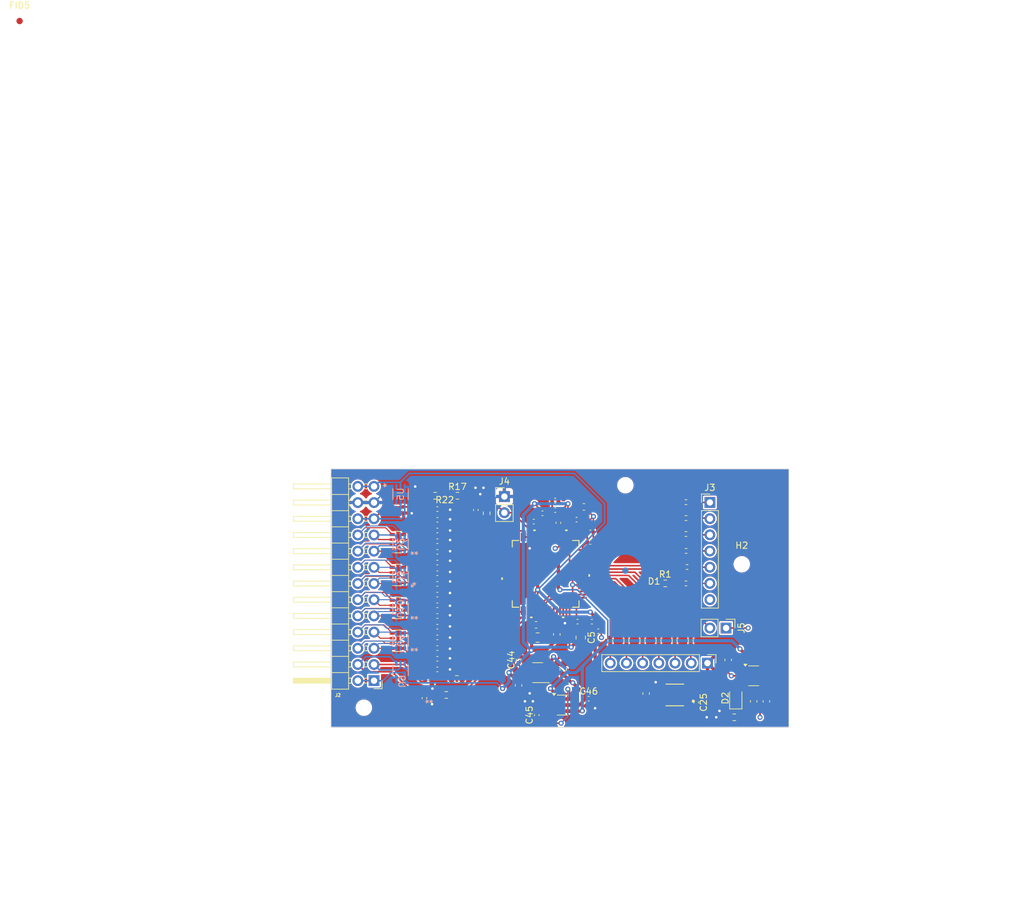
<source format=kicad_pcb>
(kicad_pcb (version 20241229) (generator "pcbnew") (generator_version "9.0")
  (layers (0 "F.Cu" signal) (4 "In1.Cu" power) (6 "In2.Cu" power) (2 "B.Cu" signal) (13 "F.Paste" user) (15 "B.Paste" user) (5 "F.SilkS" user "F.Silkscreen") (7 "B.SilkS" user "B.Silkscreen") (1 "F.Mask" user) (3 "B.Mask" user) (25 "Edge.Cuts" user))
  (net 0 "")
  (net 1 "AVDD")
  (net 2 "GNDD")
  (net 3 "Net-(U1-VREFP)")
  (net 4 "GNDA")
  (net 5 "Net-(U1-VCAP2)")
  (net 6 "Net-(U1-VCAP1)")
  (net 7 "Net-(U1-VCAP4)")
  (net 8 "/Electrodes input/N1")
  (net 9 "/Electrodes input/P1")
  (net 10 "/Electrodes input/P2")
  (net 11 "/Electrodes input/N2")
  (net 12 "/Electrodes input/N3")
  (net 13 "/Electrodes input/P3")
  (net 14 "/Electrodes input/N4")
  (net 15 "/Electrodes input/P4")
  (net 16 "/Electrodes input/N5")
  (net 17 "/Electrodes input/P5")
  (net 18 "/Electrodes input/N6")
  (net 19 "/Electrodes input/P6")
  (net 20 "/Electrodes input/N7")
  (net 21 "/Electrodes input/P7")
  (net 22 "/Electrodes input/N8")
  (net 23 "/Electrodes input/P8")
  (net 24 "Net-(C19-Pad1)")
  (net 25 "3.3V_UNREG")
  (net 26 "Net-(U6-NR)")
  (net 27 "-2.5V_UNREG")
  (net 28 "AVSS")
  (net 29 "Net-(U11-CAP+)")
  (net 30 "Net-(U11-CAP-)")
  (net 31 "/START_CONV")
  (net 32 "/PWDN")
  (net 33 "/RESET")
  (net 34 "/GPIO1")
  (net 35 "/GPIO2")
  (net 36 "/DIN")
  (net 37 "/GPIO3")
  (net 38 "IN1N")
  (net 39 "IN1P")
  (net 40 "IN2P")
  (net 41 "IN2N")
  (net 42 "IN3N")
  (net 43 "IN3P")
  (net 44 "IN4N")
  (net 45 "IN4P")
  (net 46 "IN5N")
  (net 47 "IN5P")
  (net 48 "IN6N")
  (net 49 "IN6P")
  (net 50 "IN7N")
  (net 51 "IN7P")
  (net 52 "IN8N")
  (net 53 "IN8P")
  (net 54 "SRB1")
  (net 55 "SRB2")
  (net 58 "/DOUT")
  (net 59 "/GPIO4")
  (net 60 "/SCLK")
  (net 61 "/CHIP_SEL")
  (net 62 "/DRDY")
  (net 63 "Net-(U7-NR)")
  (net 64 "BIASINV")
  (net 65 "BIASOUT")
  (net 66 "/Electrodes input/REF2")
  (net 67 "Net-(J1-Pin_7)")
  (net 68 "Net-(J1-Pin_4)")
  (net 69 "Net-(J1-Pin_6)")
  (net 70 "Net-(J1-Pin_3)")
  (net 71 "Net-(J1-Pin_5)")
  (net 72 "Net-(J1-Pin_2)")
  (net 73 "Net-(J3-Pin_4)")
  (net 74 "Net-(J3-Pin_5)")
  (net 75 "Net-(J3-Pin_2)")
  (net 76 "Net-(J3-Pin_3)")
  (net 77 "Net-(J3-Pin_6)")
  (net 78 "DVDD")
  (net 79 "/Electrodes input/REF1")
  (net 80 "/Electrodes input/BIAS")
  (net 81 "Net-(D1-K)")
  (net 82 "Net-(D1-A)")
  (net 84 "Net-(U1-VCAP3)")
  (net 92 "Net-(J3-Pin_1)")
  (net 93 "/DAISY-IN")
  (net 94 "/Electrodes input/BIASOUT_IN")
  (net 95 "Net-(D2-K)")
  (footprint "tlv702:DBV0005A-IPC_A" (layer "F.Cu") (at 104.5 107.5 180)
    (property "Reference" "U8" (hide yes))
    (property "Value" "TLV70310DBVR")
  )
  (footprint "Resistor_SMD:R_0402_1005Metric" (layer "F.Cu") (at 94.385557 99 -90)
    (property "Reference" "R14" (hide yes))
    (property "Value" "50 Ω")
  )
  (footprint "Capacitor_SMD:C_0402_1005Metric" (layer "F.Cu") (at 67.27 83.376709 180)
    (property "Reference" "C17" (hide yes))
    (property "Value" "1 nF")
  )
  (footprint "Resistor_SMD:R_Array_Convex_4x0603" (layer "F.Cu") (at 61.1 83.523435 180)
    (property "Reference" "RN4" (hide yes))
    (property "Value" "EXB-V8V512JV")
  )
  (footprint "Fiducial:Fiducial_1mm_Mask3mm" (layer "F.Cu") (at 60.75 109.25)
    (property "Reference" "FID4" (hide yes))
    (property "Value" "Fiducial")
  )
  (footprint "Resistor_SMD:R_0603_1608Metric" (layer "F.Cu") (at 66.925 76.25)
    (property "Reference" "R22")
    (property "Value" "4.99 KΩ")
  )
  (footprint "Resistor_SMD:R_0402_1005Metric" (layer "F.Cu") (at 104.477111 99 -90)
    (property "Reference" "R10" (hide yes))
    (property "Value" "50 Ω")
  )
  (footprint "Fiducial:Fiducial_1mm_Mask3mm" (layer "F.Cu") (at 1.775 1.775)
    (property "Reference" "FID5")
    (property "Value" "Fiducial")
  )
  (footprint "Capacitor_SMD:C_0805_2012Metric" (layer "F.Cu") (at 89.75 98.5 -90)
    (property "Reference" "C5")
    (property "Value" "10 uF")
  )
  (footprint "Capacitor_SMD:C_0402_1005Metric" (layer "F.Cu") (at 67.27 88.407532 180)
    (property "Reference" "C16" (hide yes))
    (property "Value" "1 nF")
  )
  (footprint "Resistor_SMD:R_0603_1608Metric" (layer "F.Cu") (at 113.825 111 180)
    (property "Reference" "R15" (hide yes))
    (property "Value" "180 Ω")
  )
  (footprint "Capacitor_SMD:C_0402_1005Metric" (layer "F.Cu") (at 89.25 96 180)
    (property "Reference" "C4" (hide yes))
    (property "Value" "0.1 uF")
  )
  (footprint "Resistor_SMD:R_0402_1005Metric" (layer "F.Cu") (at 106.422865 87.422865)
    (property "Reference" "R7" (hide yes))
    (property "Value" "50 Ω")
  )
  (footprint "Fiducial:Fiducial_1mm_Mask3mm" (layer "F.Cu") (at 119.5 98.5)
    (property "Reference" "FID2" (hide yes))
    (property "Value" "Fiducial")
  )
  (footprint "Resistor_SMD:R_0402_1005Metric" (layer "F.Cu") (at 106.25 90)
    (property "Reference" "R8" (hide yes))
    (property "Value" "50 Ω")
  )
  (footprint "Capacitor_SMD:C_0402_1005Metric" (layer "F.Cu") (at 82.86 110.66 90)
    (property "Reference" "C45")
    (property "Value" "10 uF")
  )
  (footprint "Capacitor_SMD:C_0402_1005Metric" (layer "F.Cu") (at 67.27 80.022827 180)
    (property "Reference" "C32" (hide yes))
    (property "Value" "1 nF")
  )
  (footprint "LED_SMD:LED_0402_1005Metric" (layer "F.Cu") (at 101.25 88.5 180)
    (property "Reference" "D1")
    (property "Value" "LB QH9G-N1OO-35-1")
  )
  (footprint "Capacitor_SMD:C_0402_1005Metric" (layer "F.Cu") (at 86.25 80.5 -90)
    (property "Reference" "C23" (hide yes))
    (property "Value" "1 uF")
  )
  (footprint "Capacitor_SMD:C_0402_1005Metric" (layer "F.Cu") (at 107.849517 108.675001 -90)
    (property "Reference" "C25")
    (property "Value" "0.1 uF")
  )
  (footprint "Capacitor_SMD:C_0402_1005Metric" (layer "F.Cu") (at 91.5 96 180)
    (property "Reference" "C21" (hide yes))
    (property "Value" "1 uF")
  )
  (footprint "Capacitor_SMD:C_0402_1005Metric" (layer "F.Cu") (at 67.27 96.792236 180)
    (property "Reference" "C13" (hide yes))
    (property "Value" "1 nF")
  )
  (footprint "Capacitor_SMD:C_0402_1005Metric" (layer "F.Cu") (at 91.25 82)
    (property "Reference" "C20" (hide yes))
    (property "Value" "0.1 uF")
  )
  (footprint "Package_TO_SOT_SMD:SOT-23-5" (layer "F.Cu") (at 83 104 180)
    (property "Reference" "U7" (hide yes))
    (property "Value" "TPS72325DBV")
  )
  (footprint "Resistor_SMD:R_Array_Convex_4x0603" (layer "F.Cu") (at 61.1 99 180)
    (property "Reference" "RN1" (hide yes))
    (property "Value" "EXB-V8V512JV")
  )
  (footprint "Capacitor_SMD:C_0402_1005Metric" (layer "F.Cu") (at 92.5 97.5)
    (property "Reference" "C1" (hide yes))
    (property "Value" "1 uF")
  )
  (footprint "Package_TO_SOT_SMD:SOT-23-5" (layer "F.Cu") (at 116.8625 104.5)
    (property "Reference" "U6" (hide yes))
    (property "Value" "TPS73133DBV")
  )
  (footprint "Resistor_SMD:R_0402_1005Metric" (layer "F.Cu") (at 101.954223 99 -90)
    (property "Reference" "R11" (hide yes))
    (property "Value" "50 Ω")
  )
  (footprint "Resistor_SMD:R_0603_1608Metric" (layer "F.Cu") (at 68.67 107.5)
    (property "Reference" "R2" (hide yes))
    (property "Value" "4.99 KΩ")
  )
  (footprint "Capacitor_SMD:C_0402_1005Metric" (layer "F.Cu") (at 65.25 108 -90)
    (property "Reference" "C37" (hide yes))
    (property "Value" "1 nF")
  )
  (footprint "Capacitor_SMD:C_0402_1005Metric" (layer "F.Cu") (at 62 78.48 90)
    (property "Reference" "C39" (hide yes))
    (property "Value" "1 nF")
  )
  (footprint "Capacitor_SMD:C_0402_1005Metric" (layer "F.Cu") (at 65.825 105.41885 180)
    (property "Reference" "C38" (hide yes))
    (property "Value" "1 nF")
  )
  (footprint "Capacitor_SMD:C_0402_1005Metric" (layer "F.Cu") (at 67.27 78.345886 180)
    (property "Reference" "C33" (hide yes))
    (property "Value" "1 nF")
  )
  (footprint "Capacitor_SMD:C_0805_2012Metric" (layer "F.Cu") (at 83 98.5 180)
    (property "Reference" "C9" (hide yes))
    (property "Value" "100 uF")
  )
  (footprint "Capacitor_SMD:C_0402_1005Metric" (layer "F.Cu") (at 80 102 90)
    (property "Reference" "C44")
    (property "Value" "10  nF")
  )
  (footprint "Capacitor_SMD:C_0402_1005Metric" (layer "F.Cu") (at 67.27 98.469177 180)
    (property "Reference" "C36" (hide yes))
    (property "Value" "1 nF")
  )
  (footprint "Capacitor_SMD:C_0603_1608Metric" (layer "F.Cu") (at 87 103.5 90)
    (property "Reference" "C42" (hide yes))
    (property "Value" "2.2  nF")
  )
  (footprint "Connector_PinHeader_2.54mm:PinHeader_1x02_P2.54mm_Vertical" (layer "F.Cu") (at 112.54 97 -90)
    (property "Reference" "J5")
    (property "Value" "Jumper")
  )
  (footprint "Capacitor_SMD:C_0402_1005Metric" (layer "F.Cu") (at 67.27 91.761413 180)
    (property "Reference" "C35" (hide yes))
    (property "Value" "1 nF")
  )
  (footprint "Capacitor_SMD:C_0603_1608Metric" (layer "F.Cu") (at 116.8625 108.5 -90)
    (property "Reference" "C41" (hide yes))
    (property "Value" "0.1 nF")
  )
  (footprint "Capacitor_SMD:C_0402_1005Metric" (layer "F.Cu") (at 67.27 81.699768 180)
    (property "Reference" "C18" (hide yes))
    (property "Value" "1 nF")
  )
  (footprint "Capacitor_SMD:C_0402_1005Metric" (layer "F.Cu") (at 67.27 100.146118 180)
    (property "Reference" "C26" (hide yes))
    (property "Value" "1 nF")
  )
  (footprint "Resistor_SMD:R_0402_1005Metric" (layer "F.Cu") (at 96.908446 99 -90)
    (property "Reference" "R13" (hide yes))
    (property "Value" "50 Ω")
  )
  (footprint "Capacitor_SMD:C_0402_1005Metric" (layer "F.Cu") (at 67.27 85.05365 180)
    (property "Reference" "C31" (hide yes))
    (property "Value" "1 nF")
  )
  (footprint "Capacitor_SMD:C_0402_1005Metric" (layer "F.Cu") (at 67.27 93.438354 180)
    (property "Reference" "C34" (hide yes))
    (property "Value" "1 nF")
  )
  (footprint "Capacitor_SMD:C_0402_1005Metric" (layer "F.Cu") (at 67.27 95.115295 180)
    (property "Reference" "C14" (hide yes))
    (property "Value" "1 nF")
  )
  (footprint "Resistor_SMD:R_0402_1005Metric" (layer "F.Cu") (at 107 99 -90)
    (property "Reference" "R9" (hide yes))
    (property "Value" "50 Ω")
  )
  (footprint "ads1299 8channel:PAG64_TEX" (layer "F.Cu") (at 84.25 88.5)
    (property "Reference" "U1" (hide yes))
    (property "Value" "ADS1299IPAG")
  )
  (footprint "Capacitor_SMD:C_0402_1005Metric" (layer "F.Cu") (at 85.75 77)
    (property "Reference" "C7" (hide yes))
    (property "Value" "0.1 uF")
  )
  (footprint "Capacitor_SMD:C_0402_1005Metric" (layer "F.Cu") (at 67.27 103.5 180)
    (property "Reference" "C11" (hide yes))
    (property "Value" "1 nF")
  )
  (footprint "Resistor_SMD:R_0603_1608Metric" (layer "F.Cu") (at 70.325 105)
    (property "Reference" "R20" (hide yes))
    (property "Value" "4.99 KΩ")
  )
  (footprint "Resistor_SMD:R_0603_1608Metric" (layer "F.Cu") (at 75 79 90)
    (property "Reference" "R18" (hide yes))
    (property "Value" "4.99 KΩ")
  )
  (footprint "Capacitor_SMD:C_0402_1005Metric" (layer "F.Cu") (at 91.25 83.5)
    (property "Reference" "C19" (hide yes))
    (property "Value" "1 uF")
  )
  (footprint "Capacitor_SMD:C_0402_1005Metric" (layer "F.Cu") (at 82.385962 80.308321)
    (property "Reference" "C22" (hide yes))
    (property "Value" "1 uF")
  )
  (footprint "Capacitor_SMD:C_0402_1005Metric" (layer "F.Cu") (at 67.27 86.730591 180)
    (property "Reference" "C28" (hide yes))
    (property "Value" "1 nF")
  )
  (footprint "Resistor_SMD:R_0402_1005Metric" (layer "F.Cu") (at 106.25 77.25)
    (property "Reference" "R3" (hide yes))
    (property "Value" "50 Ω")
  )
  (footprint "Connector_PinHeader_2.54mm:PinHeader_1x02_P2.54mm_Vertical" (layer "F.Cu") (at 77.78 76.37)
    (property "Reference" "J4")
    (property "Value" "Jumper")
  )
  (footprint "Connector_PinHeader_2.54mm:PinHeader_1x07_P2.54mm_Vertical" (layer "F.Cu") (at 110 77.3)
    (property "Reference" "J3")
    (property "Value" "Conn_01x07_Socket")
  )
  (footprint "Resistor_SMD:R_0402_1005Metric" (layer "F.Cu") (at 106.25 82.25)
    (property "Reference" "R5" (hide yes))
    (property "Value" "50 Ω")
  )
  (footprint "Capacitor_SMD:C_0402_1005Metric" (layer "F.Cu") (at 73.305 78.48 -90)
    (property "Reference" "C30" (hide yes))
    (property "Value" "1.5 nF")
  )
  (footprint "MountingHole:MountingHole_2mm" (layer "F.Cu") (at 115 87)
    (property "Reference" "H2")
    (property "Value" "MountingHole")
  )
  (footprint "Capacitor_SMD:C_0603_1608Metric" (layer "F.Cu") (at 90.25 78)
    (property "Reference" "C3" (hide yes))
    (property "Value" "1 uF")
  )
  (footprint "MountingHole:MountingHole_2mm" (layer "F.Cu") (at 55.75 109.5)
    (property "Reference" "H3" (hide yes))
    (property "Value" "MountingHole")
  )
  (footprint "Capacitor_SMD:C_0402_1005Metric" (layer "F.Cu") (at 91 108.0875)
    (property "Reference" "C46")
    (property "Value" "10 uF")
  )
  (footprint "Capacitor_SMD:C_0402_1005Metric" (layer "F.Cu") (at 85.75 78.5)
    (property "Reference" "C6" (hide yes))
    (property "Value" "1 uF")
  )
  (footprint "Capacitor_SMD:C_0603_1608Metric" (layer "F.Cu") (at 80 106 -90)
    (property "Reference" "C43" (hide yes))
    (property "Value" "2.2  nF")
  )
  (footprint "Connector_PinHeader_2.54mm:PinHeader_2x13_P2.54mm_Horizontal" (layer "F.Cu") (at 57.34 105.26 180)
    (property "Reference" "J2")
    (property "Value" "Conn_01x26_Pin")
  )
  (footprint "Capacitor_SMD:C_0603_1608Metric" (layer "F.Cu") (at 112.8625 102 -90)
    (property "Reference" "C27" (hide yes))
    (property "Value" "0.1 nF")
  )
  (footprint "Resistor_SMD:R_0603_1608Metric" (layer "F.Cu") (at 70.425 76.25)
    (property "Reference" "R17")
    (property "Value" "1 MΩ")
  )
  (footprint "Capacitor_SMD:C_0402_1005Metric" (layer "F.Cu") (at 89.095 80)
    (property "Reference" "C2" (hide yes))
    (property "Value" "0.1 uF")
  )
  (footprint "Fiducial:Fiducial_1mm_Mask3mm" (layer "F.Cu") (at 118.25 75.25)
    (property "Reference" "FID3" (hide yes))
    (property "Value" "Fiducial")
  )
  (footprint "Package_TO_SOT_SMD:SOT-23-6" (layer "F.Cu") (at 86.8625 109.0875)
    (property "Reference" "U11" (hide yes))
    (property "Value" "LM2665M6")
  )
  (footprint "Capacitor_SMD:C_0603_1608Metric" (layer "F.Cu") (at 118.8625 108.5 -90)
    (property "Reference" "C29" (hide yes))
    (property "Value" "0.1 nF")
  )
  (footprint "Capacitor_SMD:C_0402_1005Metric" (layer "F.Cu") (at 67.27 101.823059 180)
    (property "Reference" "C12" (hide yes))
    (property "Value" "1 nF")
  )
  (footprint "Capacitor_SMD:C_0402_1005Metric" (layer "F.Cu") (at 67.27 90.084473 180)
    (property "Reference" "C15" (hide yes))
    (property "Value" "1 nF")
  )
  (footprint "Resistor_SMD:R_0402_1005Metric" (layer "F.Cu") (at 99.431334 99 -90)
    (property "Reference" "R12" (hide yes))
    (property "Value" "50 Ω")
  )
  (footprint "Capacitor_SMD:C_0402_1005Metric" (layer "F.Cu") (at 83.75 79 180)
    (property "Reference" "C24" (hide yes))
    (property "Value" "1 uF")
  )
  (footprint "LED_SMD:LED_0805_2012Metric" (layer "F.Cu") (at 114.0625 108 90)
    (property "Reference" "D2")
    (property "Value" "HSMH-H170")
  )
  (footprint "MountingHole:MountingHole_2mm" (layer "F.Cu") (at 96.75 74.6)
    (property "Reference" "H1" (hide yes))
    (property "Value" "MountingHole" (hide yes))
  )
  (footprint "Resistor_SMD:R_Array_Convex_4x0603" (layer "F.Cu") (at 61.1 93.841145 180)
    (property "Reference" "RN3" (hide yes))
    (property "Value" "EXB-V8V512JV")
  )
  (footprint "Capacitor_SMD:C_0603_1608Metric" (layer "F.Cu") (at 82.75 96.5 180)
    (property "Reference" "C10" (hide yes))
    (property "Value" "1 uF")
  )
  (footprint "Resistor_SMD:R_0603_1608Metric" (layer "F.Cu") (at 103 90)
    (property "Reference" "R1")
    (property "Value" "1 KΩ")
  )
  (footprint "Resistor_SMD:R_0402_1005Metric" (layer "F.Cu") (at 106.276826 84.904542)
    (property "Reference" "R6" (hide yes))
    (property "Value" "50 Ω")
  )
  (footprint "Capacitor_SMD:C_0603_1608Metric" (layer "F.Cu") (at 100 107.275 90)
    (property "Reference" "C40" (hide yes))
    (property "Value" "0.1uF")
  )
  (footprint "Capacitor_SMD:C_0603_1608Metric" (layer "F.Cu") (at 86 98 -90)
    (property "Reference" "C8" (hide yes))
    (property "Value" "1 uF")
  )
  (footprint "Resistor_SMD:R_0402_1005Metric" (layer "F.Cu") (at 106.26 79.75)
    (property "Reference" "R4" (hide yes))
    (property "Value" "50 Ω" (hide yes))
  )
  (footprint "Resistor_SMD:R_Array_Convex_4x0603" (layer "F.Cu") (at 61.1 88.68229 180)
    (property "Reference" "RN2" (hide yes))
    (property "Value" "EXB-V8V512JV")
  )
  (footprint "Connector_PinHeader_2.54mm:PinHeader_1x07_P2.54mm_Vertical" (layer "F.Cu") (at 109.62 102.5 -90)
    (property "Reference" "J1" (hide yes))
    (property "Value" "Conn_01x07_Socket")
  )
  (footprint "TPD4E1B06_R:DCK6_TEX" (layer "B.Cu") (at 61.5 103.63665 90)
    (property "Reference" "U9")
    (property "Value" "TPD4E1B06DCKR")
  )
  (footprint "TPD4E1B06_R:DCK6_TEX" (layer "B.Cu") (at 61.5 83.86335 90)
    (property "Reference" "U2")
    (property "Value" "TPD4E1B06DCKR")
  )
  (footprint "TPD4E1B06_R:DCK6_TEX" (layer "B.Cu") (at 61.5 94 90)
    (property "Reference" "U10")
    (property "Value" "TPD4E1B06DCKR")
  )
  (footprint "TPD4E1B06_R:DCK6_TEX" (layer "B.Cu") (at 61.5 99 90)
    (property "Reference" "U4")
    (property "Value" "TPD4E1B06DCKR")
  )
  (footprint "TPD4E1B06_R:DCK6_TEX" (layer "B.Cu") (at 61.5 89 90)
    (property "Reference" "U3")
    (property "Value" "TPD4E1B06DCKR")
  )
  (footprint "Fiducial:Fiducial_1mm_Mask3mm" (layer "B.Cu") (at 96.75 88)
    (property "Reference" "FID1" (hide yes))
    (property "Value" "Fiducial")
  )
  (footprint "TPD4E1B06_R:DCK6_TEX" (layer "B.Cu") (at 61.5 76 -90)
    (property "Reference" "U5")
    (property "Value" "TPD4E1B06DCKR")
  )
  (gr_rect (start 50.601596 72.042903) (end 122.375 112.556276) (stroke (width 0.1)) (fill no) (layer "Edge.Cuts"))
  (segment (start 57.34 74.78) (end 57.89 74.78) (width 0.25) (layer "F.Cu") (net 1))
  (segment (start 85.5 82.7215) (end 85.5 80.77) (width 0.25) (layer "F.Cu") (net 1))
  (segment (start 83 83.6446) (end 83 85) (width 0.25) (layer "F.Cu") (net 1))
  (segment (start 85.5 83.5) (end 84.375 84.625) (width 0.25) (layer "F.Cu") (net 1))
  (segment (start 83 91) (end 82.5 91.5) (width 0.25) (layer "F.Cu") (net 1))
  (segment (start 81.5 94.2785) (end 81.5 92.5) (width 0.25) (layer "F.Cu") (net 1))
  (segment (start 100 108.05) (end 94.55 108.05) (width 0.5) (layer "F.Cu") (net 1))
  (segment (start 91.98 95.23) (end 91.25 94.5) (width 0.5) (layer "F.Cu") (net 1))
  (segment (start 82.5 91.5) (end 82.5 94.2785) (width 0.25) (layer "F.Cu") (net 1))
  (segment (start 81.905962 80.308321) (end 83 81.402359) (width 0.25) (layer "F.Cu") (net 1))
  (segment (start 91.98 96) (end 91.98 97.46) (width 0.5) (layer "F.Cu") (net 1))
  (segment (start 100.400001 108.450001) (end 100 108.05) (width 0.5) (layer "F.Cu") (net 1))
  (segment (start 91.98 97.46) (end 92.02 97.5) (width 0.5) (layer "F.Cu") (net 1))
  (segment (start 84.5 84.5) (end 84.375 84.625) (width 0.25) (layer "F.Cu") (net 1))
  (segment (start 92 105.5) (end 92.02 105.48) (width 0.5) (layer "F.Cu") (net 1))
  (segment (start 85.5 82.7215) (end 85.5 83.5) (width 0.25) (layer "F.Cu") (net 1))
  (segment (start 94.55 108.05) (end 92 105.5) (width 0.5) (layer "F.Cu") (net 1))
  (segment (start 84.375 84.625) (end 83 86) (width 0.25) (layer "F.Cu") (net 1))
  (segment (start 84.5 79.27) (end 84.23 79) (width 0.25) (layer "F.Cu") (net 1))
  (segment (start 84.5 82.7215) (end 84.5 84.5) (width 0.25) (layer "F.Cu") (net 1))
  (segment (start 91.98 96) (end 91.98 95.23) (width 0.5) (layer "F.Cu") (net 1))
  (segment (start 81.5 92.5) (end 83 91) (width 0.25) (layer "F.Cu") (net 1))
  (segment (start 85.5 80.77) (end 86.25 80.02) (width 0.25) (layer "F.Cu") (net 1))
  (segment (start 83 81.402359) (end 83 82.7215) (width 0.25) (layer "F.Cu") (net 1))
  (segment (start 83 86) (end 83 91) (width 0.5) (layer "F.Cu") (net 1))
  (segment (start 103.349517 108.450001) (end 100.400001 108.450001) (width 0.5) (layer "F.Cu") (net 1))
  (segment (start 84.5 82.7215) (end 84.5 79.27) (width 0.25) (layer "F.Cu") (net 1))
  (segment (start 92.02 105.48) (end 92.02 97.5) (width 0.5) (layer "F.Cu") (net 1))
  (segment (start 83 91) (end 83 94.2785) (width 0.25) (layer "F.Cu") (net 1))
  (segment (start 83 85) (end 83 86) (width 0.5) (layer "F.Cu") (net 1))
  (segment (start 83 82.7215) (end 83 83.6446) (width 0.25) (layer "F.Cu") (net 1))
  (via (at 83 91) (size 0.8) (drill 0.4) (layers "F.Cu" "B.Cu") (net 1))
  (via (at 91.25 94.5) (size 0.8) (drill 0.4) (layers "F.Cu" "B.Cu") (net 1))
  (segment (start 61.465 74.1529) (end 61.5 74.1879) (width 0.25) (layer "B.Cu") (net 1))
  (segment (start 57.34 74.78) (end 57.9671 74.1529) (width 0.25) (layer "B.Cu") (net 1))
  (segment (start 57.9671 74.1529) (end 61.465 74.1529) (width 0.25) (layer "B.Cu") (net 1))
  (segment (start 62.8679 72.75) (end 61.465 74.1529) (width 0.25) (layer "B.Cu") (net 1))
  (segment (start 61.5 74.1879) (end 61.5 74.86335) (width 0.25) (layer "B.Cu") (net 1))
  (segment (start 86.5 94.5) (end 83 91) (width 0.5) (layer "B.Cu") (net 1))
  (segment (start 88.75 72.75) (end 62.8679 72.75) (width 0.25) (layer "B.Cu") (net 1))
  (segment (start 93.5 77.5) (end 88.75 72.75) (width 0.25) (layer "B.Cu") (net 1))
  (segment (start 54.8 74.78) (end 57.34 74.78) (width 0.25) (layer "B.Cu") (net 1))
  (segment (start 91.25 94.5) (end 86.5 94.5) (width 0.5) (layer "B.Cu") (net 1))
  (segment (start 83 91) (end 93.5 80.5) (width 0.25) (layer "B.Cu") (net 1))
  (segment (start 93.5 80.5) (end 93.5 77.5) (width 0.25) (layer "B.Cu") (net 1))
  (segment (start 87 82.7215) (end 87 83.500001) (width 0.25) (layer "F.Cu") (net 2))
  (segment (start 85.75 84.5) (end 86.000001 84.5) (width 0.25) (layer "F.Cu") (net 2))
  (segment (start 83.499999 93.275573) (end 84.775572 92) (width 0.25) (layer "F.Cu") (net 2))
  (segment (start 89.145699 92.25) (end 88.4755 91.579801) (width 0.25) (layer "F.Cu") (net 2))
  (segment (start 91.73 82) (end 91.73 79.52) (width 0.25) (layer "F.Cu") (net 2))
  (segment (start 86.500001 84) (end 86.500001 82.7215) (width 0.25) (layer "F.Cu") (net 2))
  (segment (start 89.87 80.8515) (end 89.87 80) (width 0.25) (layer "F.Cu") (net 2))
  (segment (start 91.73 79.52) (end 91.75 79.5) (width 0.25) (layer "F.Cu") (net 2))
  (segment (start 88.4755 90.2168) (end 88.508699 90.249999) (width 0.25) (layer "F.Cu") (net 2))
  (segment (start 116 97) (end 112.54 97) (width 0.25) (layer "F.Cu") (net 2))
  (segment (start 88.4755 90.2168) (end 88.4755 88.8799) (width 0.25) (layer "F.Cu") (net 2))
  (segment (start 117.8625 110.275) (end 116.8625 109.275) (width 0.25) (layer "F.Cu") (net 2))
  (segment (start 91.025 78) (end 91.025 78.775) (width 0.25) (layer "F.Cu") (net 2))
  (segment (start 117.8625 110.5) (end 117.8625 110.275) (width 0.25) (layer "F.Cu") (net 2))
  (segment (start 88.508699 90.249999) (end 90.0285 90.249999) (width 0.25) (layer "F.Cu") (net 2))
  (segment (start 92.98 97.5) (end 92.98 98.48) (width 0.25) (layer "F.Cu") (net 2))
  (segment (start 87 83.500001) (end 86.500001 84) (width 0.25) (layer "F.Cu") (net 2))
  (segment (start 88 82.7215) (end 89.87 80.8515) (width 0.25) (layer "F.Cu") (net 2))
  (segment (start 91.25 80) (end 91.75 79.5) (width 0.25) (layer "F.Cu") (net 2))
  (segment (start 84.775572 92) (end 88.055301 92) (width 0.25) (layer "F.Cu") (net 2))
  (segment (start 88.4755 88.8799) (end 88 88.4044) (width 0.25) (layer "F.Cu") (net 2))
  (segment (start 113.3625 104.5) (end 112.8625 104) (width 0.25) (layer "F.Cu") (net 2))
  (segment (start 91.73 83.5) (end 91.73 82) (width 0.25) (layer "F.Cu") (net 2))
  (segment (start 92.98 98.48) (end 93 98.5) (width 0.25) (layer "F.Cu") (net 2))
  (segment (start 115.725 104.5) (end 113.3625 104.5) (width 0.25) (layer "F.Cu") (net 2))
  (segment (start 117.8625 111) (end 117.8625 110.5) (width 0.25) (layer "F.Cu") (net 2))
  (segment (start 90.0285 92.25) (end 89.145699 92.25) (width 0.25) (layer "F.Cu") (net 2))
  (segment (start 83.499999 94.2785) (end 83.499999 93.275573) (width 0.25) (layer "F.Cu") (net 2))
  (segment (start 117.8625 110.275) (end 118.8625 109.275) (width 0.25) (layer "F.Cu") (net 2))
  (segment (start 88.4755 91.579801) (end 88.4755 90.2168) (width 0.25) (layer "F.Cu") (net 2))
  (segment (start 89.87 80) (end 91.25 80) (width 0.25) (layer "F.Cu") (net 2))
  (segment (start 91.025 78.775) (end 91.75 79.5) (width 0.25) (layer "F.Cu") (net 2))
  (segment (start 88.055301 92) (end 88.4755 91.579801) (width 0.25) (layer "F.Cu") (net 2))
  (segment (start 88 88.4044) (end 88 82.7215) (width 0.25) (layer "F.Cu") (net 2))
  (segment (start 112.8625 104) (end 112.8625 102.775) (width 0.25) (layer "F.Cu") (net 2))
  (segment (start 86.000001 84.5) (end 86.500001 84) (width 0.25) (layer "F.Cu") (net 2))
  (via (at 85.75 84.5) (size 0.8) (drill 0.4) (layers "F.Cu" "B.Cu") (net 2))
  (via (at 91.75 79.5) (size 0.8) (drill 0.4) (layers "F.Cu" "B.Cu") (net 2))
  (via (at 116 97) (size 0.8) (drill 0.4) (layers "F.Cu" "B.Cu") (net 2))
  (via (at 88.4755 90.2168) (size 0.8) (drill 0.4) (layers "F.Cu" "B.Cu") (net 2))
  (via (at 113.3625 104.5) (size 0.8) (drill 0.4) (layers "F.Cu" "B.Cu") (net 2))
  (via (at 93 98.5) (size 0.8) (drill 0.4) (layers "F.Cu" "B.Cu") (net 2))
  (via (at 117.8625 111) (size 0.8) (drill 0.4) (layers "F.Cu" "B.Cu") (net 2))
  (segment (start 89.75 96.02) (end 89.73 96) (width 0.25) (layer "F.Cu") (net 3))
  (segment (start 87.6043 92.5) (end 84.856814 92.5) (width 0.25) (layer "F.Cu") (net 3))
  (segment (start 89.0704 95.3404) (end 89.0704 93.9661) (width 0.25) (layer "F.Cu") (net 3))
  (segment (start 89.75 97.725) (end 89.75 96.02) (width 0.25) (layer "F.Cu") (net 3))
  (segment (start 89.0704 93.9661) (end 87.6043 92.5) (width 0.25) (layer "F.Cu") (net 3))
  (segment (start 89.73 96) (end 89.0704 95.3404) (width 0.25) (layer "F.Cu") (net 3))
  (segment (start 84.856814 92.5) (end 84 93.356814) (width 0.25) (layer "F.Cu") (net 3))
  (segment (start 84 93.356814) (end 84 94.2785) (width 0.25) (layer "F.Cu") (net 3))
  (segment (start 68.986261 86.730591) (end 69.27 86.446852) (width 0.25) (layer "F.Cu") (net 4))
  (segment (start 65.713294 108.943294) (end 65.25 108.48) (width 0.25) (layer "F.Cu") (net 4))
  (segment (start 103.349517 106.549999) (end 102.549999 106.549999) (width 0.25) (layer "F.Cu") (net 4))
  (segment (start 87.500001 94.2785) (end 87.5 96.017033) (width 0.25) (layer "F.Cu") (net 4))
  (segment (start 91.48 109.0675) (end 92 109.5875) (width 0.25) (layer "F.Cu") (net 4))
  (segment (start 67.75 90.084473) (end 68.882379 90.084473) (width 0.25) (layer "F.Cu") (net 4))
  (segment (start 68.882379 90.084473) (end 69.27 89.696852) (width 0.25) (layer "F.Cu") (net 4))
  (segment (start 66.63615 105.75) (end 66.305 105.41885) (width 0.25) (layer "F.Cu") (net 4))
  (segment (start 66.63615 106.36385) (end 66.63615 105.75) (width 0.25) (layer "F.Cu") (net 4))
  (segment (start 69.207764 96.792236) (end 69.25 96.75) (width 0.25) (layer "F.Cu") (net 4))
  (segment (start 107.154516 107.5) (end 105.650483 107.5) (width 0.25) (layer "F.Cu") (net 4))
  (segment (start 62.04 79) (end 62 78.96) (width 0.25) (layer "F.Cu") (net 4))
  (segment (start 67.75 85.05365) (end 69.163202 85.05365) (width 0.25) (layer "F.Cu") (net 4))
  (segment (start 81.75 107.25) (end 81.8375 107.25) (width 0.25) (layer "F.Cu") (net 4))
  (segment (start 69.169034 78.345886) (end 69.27 78.446852) (width 0.25) (layer "F.Cu") (net 4))
  (segment (start 69.163202 85.05365) (end 69.27 84.946852) (width 0.25) (layer "F.Cu") (net 4))
  (segment (start 81.75 84.5) (end 82.500001 83.749999) (width 0.25) (layer "F.Cu") (net 4))
  (segment (start 105.650483 107.5) (end 104.299518 107.5) (width 0.25) (layer "F.Cu") (net 4))
  (segment (start 82.500001 83.749999) (end 82.500001 82.7215) (width 0.25) (layer "F.Cu") (net 4))
  (segment (start 80 107.5) (end 81 108.5) (width 0.25) (layer "F.Cu") (net 4))
  (segment (start 100.5 106.5) (end 101.5 105.5) (width 0.25) (layer "F.Cu") (net 4))
  (segment (start 67.75 81.699768) (end 69.267084 81.699768) (width 0.25) (layer "F.Cu") (net 4))
  (segment (start 87.5 96.017033) (end 87.274662 96.242371) (width 0.25) (layer "F.Cu") (net 4))
  (segment (start 67.75 96.792236) (end 69.207764 96.792236) (width 0.25) (layer "F.Cu") (net 4))
  (segment (start 63.25 79) (end 62.04 79) (width 0.25) (layer "F.Cu") (net 4))
  (segment (start 67.75 78.345886) (end 69.169034 78.345886) (width 0.25) (layer "F.Cu") (net 4))
  (segment (start 69.176941 101.823059) (end 69.25 101.75) (width 0.25) (layer "F.Cu") (net 4))
  (segment (start 67.75 100.146118) (end 69.146118 100.146118) (width 0.25) (layer "F.Cu") (net 4))
  (segment (start 67.75 103.5) (end 69.25 103.5) (width 0.25) (layer "F.Cu") (net 4))
  (segment (start 113 111) (end 112.5 111) (width 0.25) (layer "F.Cu") (net 4))
  (segment (start 91.48 108.0875) (end 91.48 109.0675) (width 0.25) (layer "F.Cu") (net 4))
  (segment (start 82.8375 109.0875) (end 82.25 108.5) (width 0.25) (layer "F.Cu") (net 4))
  (segment (start 100 106.5) (end 100.5 106.5) (width 0.25) (layer "F.Cu") (net 4))
  (segment (start 67.75 93.438354) (end 69.188354 93.438354) (width 0.25) (layer "F.Cu") (net 4))
  (segment (start 67.75 101.823059) (end 69.176941 101.823059) (width 0.25) (layer "F.Cu") (net 4))
  (segment (start 69.219177 98.469177) (end 69.249825 98.499825) (width 0.25) (layer "F.Cu") (net 4))
  (segment (start 69.090143 83.376709) (end 69.27 83.196852) (width 0.25) (layer "F.Cu") (net 4))
  (segment (start 69.146118 100.146118) (end 69.25 100.25) (width 0.25) (layer "F.Cu") (net 4))
  (segment (start 67.75 95.115295) (end 69.134705 95.115295) (width 0.25) (layer "F.Cu") (net 4))
  (segment (start 69.267084 81.699768) (end 69.27 81.696852) (width 0.25) (layer "F.Cu") (net 4))
  (segment (start 85.725 109.0875) (end 82.8375 109.0875) (width 0.25) (layer "F.Cu") (net 4))
  (segment (start 69.134705 95.115295) (end 69.25 95) (width 0.25) (layer "F.Cu") (net 4))
  (segment (start 69.194025 80.022827) (end 69.27 79.946852) (width 0.25) (layer "F.Cu") (net 4))
  (segment (start 67.75 80.022827) (end 69.194025 80.022827) (width 0.25) (layer "F.Cu") (net 4))
  (segment (start 66.5 106.5) (end 66.63615 106.36385) (width 0.25) (layer "F.Cu") (net 4))
  (segment (start 112.5 111) (end 111.5 110) (width 0.25) (layer "F.Cu") (net 4))
  (segment (start 80 106.775) (end 80 107.5) (width 0.25) (layer "F.Cu") (net 4))
  (segment (start 69.05932 88.407532) (end 69.27 88.196852) (width 0.25) (layer "F.Cu") (net 4))
  (segment (start 67.75 88.407532) (end 69.05932 88.407532) (width 0.25) (layer "F.Cu") (net 4))
  (segment (start 69.25 91.5) (end 68.011413 91.5) (width 0.25) (layer "F.Cu") (net 4))
  (segment (start 81.8375 107.25) (end 84.1375 104.95) (width 0.25) (layer "F.Cu") (net 4))
  (segment (start 67.75 98.469177) (end 69.219177 98.469177) (width 0.25) (layer "F.Cu") (net 4))
  (segment (start 107.849517 108.195001) (end 107.154516 107.5) (width 0.25) (layer "F.Cu") (net 4))
  (segment (start 104.299518 107.5) (end 103.349517 106.549999) (width 0.25) (layer "F.Cu") (net 4))
  (segment (start 67.75 86.730591) (end 68.986261 86.730591) (width 0.25) (layer "F.Cu") (net 4))
  (segment (start 69.188354 93.438354) (end 69.25 93.5) (width 0.25) (layer "F.Cu") (net 4))
  (segment (start 66.439122 108.943294) (end 65.713294 108.943294) (width 0.25) (layer "F.Cu") (net 4))
  (segment (start 68.011413 91.5) (end 67.75 91.761413) (width 0.25) (layer "F.Cu") (net 4))
  (segment (start 67.75 83.376709) (end 69.090143 83.376709) (width 0.25) (layer "F.Cu") (net 4))
  (segment (start 102.549999 106.549999) (end 101.5 105.5) (width 0.25) (layer "F.Cu") (net 4))
  (via (at 73.25 75) (size 0.8) (drill 0.4) (layers "F.Cu" "B.Cu") (net 4))
  (via (at 69.25 95) (size 0.8) (drill 0.4) (layers "F.Cu" "B.Cu") (net 4))
  (via (at 69.25 91.5) (size 0.8) (drill 0.4) (layers "F.Cu" "B.Cu") (net 4))
  (via (at 69.27 86.446852) (size 0.8) (drill 0.4) (layers "F.Cu" "B.Cu") (net 4))
  (via (at 69.25 101.75) (size 0.8) (drill 0.4) (layers "F.Cu" "B.Cu") (net 4))
  (via (at 69.249825 98.499825) (size 0.8) (drill 0.4) (layers "F.Cu" "B.Cu") (net 4))
  (via (at 69.27 84.946852) (size 0.8) (drill 0.4) (layers "F.Cu" "B.Cu") (net 4))
  (via (at 111 111) (size 0.8) (drill 0.4) (layers "F.Cu" "B.Cu") (net 4))
  (via (at 69.25 93.5) (size 0.8) (drill 0.4) (layers "F.Cu" "B.Cu") (net 4))
  (via (at 69.27 79.946852) (size 0.8) (drill 0.4) (layers "F.Cu" "B.Cu") (net 4))
  (via (at 69.27 81.696852) (size 0.8) (drill 0.4) (layers "F.Cu" "B.Cu") (net 4))
  (via (at 81.75 84.5) (size 0.8) (drill 0.4) (layers "F.Cu" "B.Cu") (net 4))
  (via (at 87.274662 96.242371) (size 0.8) (drill 0.4) (layers "F.Cu" "B.Cu") (net 4))
  (via (at 81.75 107.25) (size 0.8) (drill 0.4) (layers "F.Cu" "B.Cu") (net 4))
  (via (at 69.25 103.5) (size 0.8) (drill 0.4) (layers "F.Cu" "B.Cu") (net 4))
  (via (at 69.27 78.446852) (size 0.8) (drill 0.4) (layers "F.Cu" "B.Cu") (net 4))
  (via (at 82.25 108.5) (size 0.8) (drill 0.4) (layers "F.Cu" "B.Cu") (net 4))
  (via (at 69.25 96.75) (size 0.8) (drill 0.4) (layers "F.Cu" "B.Cu") (net 4))
  (via (at 74.5 75) (size 0.8) (drill 0.4) (layers "F.Cu" "B.Cu") (net 4))
  (via (at 109.5 111) (size 0.8) (drill 0.4) (layers "F.Cu" "B.Cu") (net 4))
  (via (at 101.5 105.5) (size 0.8) (drill 0.4) (layers "F.Cu" "B.Cu") (net 4))
  (via (at 92 109.5875) (size 0.8) (drill 0.4) (layers "F.Cu" "B.Cu") (net 4))
  (via (at 111.5 110) (size 0.8) (drill 0.4) (layers "F.Cu" "B.Cu") (net 4))
  (via (at 69.27 83.196852) (size 0.8) (drill 0.4) (layers "F.Cu" "B.Cu") (net 4))
  (via (at 69.25 100.25) (size 0.8) (drill 0.4) (layers "F.Cu" "B.Cu") (net 4))
  (via (at 66.439122 108.943294) (size 0.8) (drill 0.4) (layers "F.Cu" "B.Cu") (net 4))
  (via (at 63.8 74.8) (size 0.8) (drill 0.4) (layers "F.Cu" "B.Cu") (net 4))
  (via (at 63.25 79) (size 0.8) (drill 0.4) (layers "F.Cu" "B.Cu") (net 4))
  (via (at 81 108.5) (size 0.8) (drill 0.4) (layers "F.Cu" "B.Cu") (net 4))
  (via (at 69.27 89.696852) (size 0.8) (drill 0.4) (layers "F.Cu" "B.Cu") (net 4))
  (via (at 74 76) (size 0.8) (drill 0.4) (layers "F.Cu" "B.Cu") (net 4))
  (via (at 66.5 106.5) (size 0.8) (drill 0.4) (layers "F.Cu" "B.Cu") (net 4))
  (via (at 69.27 88.196852) (size 0.8) (drill 0.4) (layers "F.Cu" "B.Cu") (net 4))
  (segment (start 58.66 76) (end 61.25 76) (width 0.25) (layer "B.Cu") (net 4))
  (segment (start 63.73665 74.86335) (end 63.8 74.8) (width 0.25) (layer "B.Cu") (net 4))
  (segment (start 62.35 76.25) (end 63.8 74.8) (width 0.25) (layer "B.Cu") (net 4))
  (segment (start 61.5 76.25) (end 62.35 76.25) (width 0.25) (layer "B.Cu") (net 4))
  (segment (start 61.5 77.13665) (end 61.5 76.25) (width 0.25) (layer "B.Cu") (net 4))
  (segment (start 57.34 77.32) (end 58.66 76) (width 0.25) (layer "B.Cu") (net 4))
  (segment (start 61.25 76) (end 61.5 76.25) (width 0.25) (layer "B.Cu") (net 4))
  (segment (start 62.149999 74.86335) (end 63.73665 74.86335) (width 0.25) (layer "B.Cu") (net 4))
  (segment (start 54.8 77.32) (end 57.34 77.32) (width 0.25) (layer "B.Cu") (net 4))
  (segment (start 86 96.5) (end 87 95.5) (width 0.25) (layer "F.Cu") (net 5))
  (segment (start 86 97.225) (end 86 96.5) (width 0.25) (layer "F.Cu") (net 5))
  (segment (start 87 94.2785) (end 87 95.5) (width 0.25) (layer "F.Cu") (net 5))
  (segment (start 83.95 98.5) (end 84.75 97.7) (width 0.25) (layer "F.Cu") (net 6))
  (segment (start 84.75 97.7) (end 84.75 96.749999) (width 0.25) (layer "F.Cu") (net 6))
  (segment (start 85.999999 95.5) (end 85.999999 94.2785) (width 0.25) (layer "F.Cu") (net 6))
  (segment (start 84.75 96.749999) (end 85.999999 95.5) (width 0.25) (layer "F.Cu") (net 6))
  (segment (start 85.000001 95.474999) (end 85.000001 94.2785) (width 0.25) (layer "F.Cu") (net 7))
  (segment (start 83.525 96.5) (end 83.975 96.5) (width 0.25) (layer "F.Cu") (net 7))
  (segment (start 83.975 96.5) (end 85.000001 95.474999) (width 0.25) (layer "F.Cu") (net 7))
  (segment (start 59.08 99.4) (end 60.2 99.4) (width 0.16) (layer "F.Cu") (net 8))
  (segment (start 55.93 99.05) (end 58.73 99.05) (width 0.16) (layer "F.Cu") (net 8))
  (segment (start 58.73 99.05) (end 59.08 99.4) (width 0.16) (layer "F.Cu") (net 8))
  (segment (start 54.8 100.18) (end 55.93 99.05) (width 0.16) (layer "F.Cu") (net 8))
  (segment (start 62.149999 99.5512) (end 62.149999 100.13665) (width 0.16) (layer "B.Cu") (net 8))
  (segment (start 54.8 100.18) (end 55.93 99.05) (width 0.16) (layer "B.Cu") (net 8))
  (segment (start 61.648799 99.05) (end 62.149999 99.5512) (width 0.16) (layer "B.Cu") (net 8))
  (segment (start 55.93 99.05) (end 61.648799 99.05) (width 0.16) (layer "B.Cu") (net 8))
  (segment (start 60.18 100.18) (end 60.2 100.2) (width 0.16) (layer "F.Cu") (net 9))
  (segment (start 57.34 100.18) (end 60.18 100.18) (width 0.16) (layer "F.Cu") (net 9))
  (segment (start 61.5 99.5512) (end 61.5 100.13665) (width 0.16) (layer "B.Cu") (net 9))
  (segment (start 57.34 100.18) (end 58.0888 99.4312) (width 0.16) (layer "B.Cu") (net 9))
  (segment (start 61.38 99.4312) (end 61.5 99.5512) (width 0.16) (layer "B.Cu") (net 9))
  (segment (start 58.0888 99.4312) (end 61.38 99.4312) (width 0.16) (layer "B.Cu") (net 9))
  (segment (start 57.34 97.64) (end 58.3 98.6) (width 0.16) (layer "F.Cu") (net 10))
  (segment (start 58.3 98.6) (end 60.2 98.6) (width 0.16) (layer "F.Cu") (net 10))
  (segment (start 60.626651 97.64) (end 60.850001 97.86335) (width 0.16) (layer "B.Cu") (net 10))
  (segment (start 57.34 97.64) (end 60.626651 97.64) (width 0.16) (layer "B.Cu") (net 10))
  (segment (start 55.93 96.51) (end 58.91 96.51) (width 0.16) (layer "F.Cu") (net 11))
  (segment (start 58.91 96.51) (end 60.2 97.8) (width 0.16) (layer "F.Cu") (net 11))
  (segment (start 54.8 97.64) (end 55.93 96.51) (width 0.16) (layer "F.Cu") (net 11))
  (segment (start 58.75 96.51) (end 55.93 96.51) (width 0.16) (layer "B.Cu") (net 11))
  (segment (start 59.24 97) (end 58.75 96.51) (width 0.16) (layer "B.Cu") (net 11))
  (segment (start 61.2221 97) (end 59.24 97) (width 0.16) (layer "B.Cu") (net 11))
  (segment (start 61.5 97.2779) (end 61.2221 97) (width 0.16) (layer "B.Cu") (net 11))
  (segment (start 61.5 97.86335) (end 61.5 97.2779) (width 0.16) (layer "B.Cu") (net 11))
  (segment (start 55.93 96.51) (end 54.8 97.64) (width 0.16) (layer "B.Cu") (net 11))
  (segment (start 55.95 93.95) (end 54.8 95.1) (width 0.2) (layer "F.Cu") (net 12))
  (segment (start 60.2 94.241145) (end 59.908855 93.95) (width 0.2) (layer "F.Cu") (net 12))
  (segment (start 59.908855 93.95) (end 55.95 93.95) (width 0.2) (layer "F.Cu") (net 12))
  (segment (start 54.8 95.1) (end 55.93 93.97) (width 0.16) (layer "B.Cu") (net 12))
  (segment (start 61.568799 93.97) (end 62.149999 94.5512) (width 0.16) (layer "B.Cu") (net 12))
  (segment (start 55.93 93.97) (end 61.568799 93.97) (width 0.16) (layer "B.Cu") (net 12))
  (segment (start 62.149999 94.5512) (end 62.149999 95.13665) (width 0.16) (layer "B.Cu") (net 12))
  (segment (start 60.141145 95.1) (end 60.2 95.041145) (width 0.16) (layer "F.Cu") (net 13))
  (segment (start 57.34 95.1) (end 60.141145 95.1) (width 0.16) (layer "F.Cu") (net 13))
  (segment (start 57.34 95.1) (end 58.0088 94.4312) (width 0.16) (layer "B.Cu") (net 13))
  (segment (start 58.0088 94.4312) (end 61.38 94.4312) (width 0.16) (layer "B.Cu") (net 13))
  (segment (start 61.38 94.4312) (end 61.5 94.5512) (width 0.16) (layer "B.Cu") (net 13))
  (segment (start 61.5 94.5512) (end 61.5 95.13665) (width 0.16) (layer "B.Cu") (net 13))
  (segment (start 58.968855 91.41) (end 55.95 91.41) (width 0.2) (layer "F.Cu") (net 14))
  (segment (start 55.95 91.41) (end 54.8 92.56) (width 0.2) (layer "F.Cu") (net 14))
  (segment (start 60.2 92.641145) (end 58.968855 91.41) (width 0.2) (layer "F.Cu") (net 14))
  (segment (start 55.93 91.43) (end 54.8 92.56) (width 0.16) (layer "B.Cu") (net 14))
  (segment (start 58.5 91.43) (end 55.93 91.43) (width 0.16) (layer "B.Cu") (net 14))
  (segment (start 61.5 92.86335) (end 61.5 92.2779) (width 0.16) (layer "B.Cu") (net 14))
  (segment (start 59.07 92) (end 58.5 91.43) (width 0.16) (layer "B.Cu") (net 14))
  (segment (start 61.5 92.2779) (end 61.2221 92) (width 0.16) (layer "B.Cu") (net 14))
  (segment (start 61.2221 92) (end 59.07 92) (width 0.16) (layer "B.Cu") (net 14))
  (segment (start 57.34 92.56) (end 58.221145 93.441145) (width 0.16) (layer "F.Cu") (net 15))
  (segment (start 58.221145 93.441145) (end 60.2 93.441145) (width 0.16) (layer "F.Cu") (net 15))
  (segment (start 57.34 92.56) (end 60.546651 92.56) (width 0.16) (layer "B.Cu") (net 15))
  (segment (start 60.546651 92.56) (end 60.850001 92.86335) (width 0.16) (layer "B.Cu") (net 15))
  (segment (start 55.93 88.89) (end 60.00771 88.89) (width 0.16) (layer "F.Cu") (net 16))
  (segment (start 60.00771 88.89) (end 60.2 89.08229) (width 0.16) (layer "F.Cu") (net 16))
  (segment (start 54.8 90.02) (end 55.93 88.89) (width 0.16) (layer "F.Cu") (net 16))
  (segment (start 62.149999 89.5112) (end 61.427799 88.789) (width 0.2) (layer "B.Cu") (net 16))
  (segment (start 61.427799 88.789) (end 56.031 88.789) (width 0.2) (layer "B.Cu") (net 16))
  (segment (start 62.149999 90.13665) (end 62.149999 89.5112) (width 0.2) (layer "B.Cu") (net 16))
  (segment (start 56.031 88.789) (end 54.8 90.02) (width 0.2) (layer "B.Cu") (net 16))
  (segment (start 57.34 90.02) (end 60.06229 90.02) (width 0.16) (layer "F.Cu") (net 17))
  (segment (start 60.06229 90.02) (end 60.2 89.88229) (width 0.16) (layer "F.Cu") (net 17))
  (segment (start 61.5 89.5512) (end 61.5 90.13665) (width 0.16) (layer "B.Cu") (net 17))
  (segment (start 58.19 89.17) (end 61.1188 89.17) (width 0.16) (layer "B.Cu") (net 17))
  (segment (start 61.1188 89.17) (end 61.5 89.5512) (width 0.16) (layer "B.Cu") (net 17))
  (segment (start 57.34 90.02) (end 58.19 89.17) (width 0.16) (layer "B.Cu") (net 17))
  (segment (start 59.06771 86.35) (end 60.2 87.48229) (width 0.16) (layer "F.Cu") (net 18))
  (segment (start 54.8 87.48) (end 55.93 86.35) (width 0.16) (layer "F.Cu") (net 18))
  (segment (start 55.93 86.35) (end 59.06771 86.35) (width 0.16) (layer "F.Cu") (net 18))
  (segment (start 60.5721 86.35) (end 61.5 87.2779) (width 0.16) (layer "B.Cu") (net 18))
  (segment (start 54.8 87.48) (end 55.93 86.35) (width 0.16) (layer "B.Cu") (net 18))
  (segment (start 55.93 86.35) (end 60.5721 86.35) (width 0.16) (layer "B.Cu") (net 18))
  (segment (start 61.5 87.2779) (end 61.5 87.86335) (width 0.16) (layer "B.Cu") (net 18))
  (segment (start 57.34 87.48) (end 58.14229 88.28229) (width 0.16) (layer "F.Cu") (net 19))
  (segment (start 58.14229 88.28229) (end 60.2 88.28229) (width 0.16) (layer "F.Cu") (net 19))
  (segment (start 60.466651 87.48) (end 60.850001 87.86335) (width 0.16) (layer "B.Cu") (net 19))
  (segment (start 57.34 87.48) (end 60.466651 87.48) (width 0.16) (layer "B.Cu") (net 19))
  (segment (start 60.066565 83.79) (end 60.2 83.923435) (width 0.2) (layer "F.Cu") (net 20))
  (segment (start 55.95 83.79) (end 60.066565 83.79) (width 0.2) (layer "F.Cu") (net 20))
  (segment (start 54.8 84.94) (end 55.95 83.79) (width 0.2) (layer "F.Cu") (net 20))
  (segment (start 62.149999 85) (end 62.149999 84.457449) (width 0.2) (layer "B.Cu") (net 20))
  (segment (start 62.149999 84.457449) (end 61.38155 83.689) (width 0.2) (layer "B.Cu") (net 20))
  (segment (start 61.38155 83.689) (end 56.051 83.689) (width 0.2) (layer "B.Cu") (net 20))
  (segment (start 56.051 83.689) (end 54.8 84.94) (width 0.2) (layer "B.Cu") (net 20))
  (segment (start 57.34 84.94) (end 59.983435 84.94) (width 0.2) (layer "F.Cu") (net 21))
  (segment (start 59.983435 84.94) (end 60.2 84.723435) (width 0.2) (layer "F.Cu") (net 21))
  (segment (start 57.34 84.94) (end 58.19 84.09) (width 0.2) (layer "B.Cu") (net 21))
  (segment (start 58.19 84.09) (end 61.21545 84.09) (width 0.2) (layer "B.Cu") (net 21))
  (segment (start 61.5 84.37455) (end 61.5 85) (width 0.2) (layer "B.Cu") (net 21))
  (segment (start 61.21545 84.09) (end 61.5 84.37455) (width 0.2) (layer "B.Cu") (net 21))
  (segment (start 54.8 82.4) (end 55.93 81.27) (width 0.16) (layer "F.Cu") (net 22))
  (segment (start 59.146565 81.27) (end 60.2 82.323435) (width 0.16) (layer "F.Cu") (net 22))
  (segment (start 55.93 81.27) (end 59.146565 81.27) (width 0.16) (layer "F.Cu") (net 22))
  (segment (start 54.8 82.4) (end 56.21 80.99) (width 0.16) (layer "B.Cu") (net 22))
  (segment (start 61.5 82.14125) (end 61.5 82.7267) (width 0.16) (layer "B.Cu") (net 22))
  (segment (start 60.34875 80.99) (end 61.5 82.14125) (width 0.16) (layer "B.Cu") (net 22))
  (segment (start 56.21 80.99) (end 60.34875 80.99) (width 0.16) (layer "B.Cu") (net 22))
  (segment (start 58.063435 83.123435) (end 60.2 83.123435) (width 0.2) (layer "F.Cu") (net 23))
  (segment (start 57.34 82.4) (end 58.063435 83.123435) (width 0.2) (layer "F.Cu") (net 23))
  (segment (start 60.523301 82.4) (end 60.850001 82.7267) (width 0.2) (layer "B.Cu") (net 23))
  (segment (start 57.34 82.4) (end 60.523301 82.4) (width 0.2) (layer "B.Cu") (net 23))
  (segment (start 90.0285 84.2415) (end 90.77 83.5) (width 0.25) (layer "F.Cu") (net 24))
  (segment (start 90.0285 84.75) (end 90.0285 84.2415) (width 0.25) (layer "F.Cu") (net 24))
  (segment (start 90.77 82) (end 90.77 83.5) (width 0.25) (layer "F.Cu") (net 24))
  (segment (start 113.4 101.225) (end 115.725 103.55) (width 0.5) (layer "F.Cu") (net 25))
  (segment (start 110.895 101.225) (end 109.62 102.5) (width 0.5) (layer "F.Cu") (net 25))
  (segment (start 114.0625 107.0625) (end 112.57 105.57) (width 0.5) (layer "F.Cu") (net 25))
  (segment (start 106.355483 109.155001) (end 106.99 109.155001) (width 0.5) (layer "F.Cu") (net 25))
  (segment (start 112.57 105.45) (end 115.725 105.45) (width 0.5) (layer "F.Cu") (net 25))
  (segment (start 106.99 109.155001) (end 107.982629 109.155001) (width 0.5) (layer "F.Cu") (net 25))
  (segment (start 106.99 109.155001) (end 107.849517 109.155001) (width 0.5) (layer "F.Cu") (net 25))
  (segment (start 109.62 104.88) (end 109.62 102.5) (width 0.5) (layer "F.Cu") (net 25))
  (segment (start 105.650483 108.450001) (end 106.355483 109.155001) (width 0.5) (layer "F.Cu") (net 25))
  (segment (start 112.8625 101.225) (end 113.4 101.225) (width 0.5) (layer "F.Cu") (net 25))
  (segment (start 109.62 107.51763) (end 109.62 104.88) (width 0.5) (layer "F.Cu") (net 25))
  (segment (start 107.982629 109.155001) (end 109.62 107.51763) (width 0.5) (layer "F.Cu") (net 25))
  (segment (start 112.8625 101.225) (end 110.895 101.225) (width 0.5) (layer "F.Cu") (net 25))
  (segment (start 105.650483 106.549999) (end 107.950001 106.549999) (width 0.5) (layer "F.Cu") (net 25))
  (segment (start 107.950001 106.549999) (end 109.62 104.88) (width 0.5) (layer "F.Cu") (net 25))
  (segment (start 109.62 102.5) (end 112.57 105.45) (width 0.5) (layer "F.Cu") (net 25))
  (segment (start 112.57 105.57) (end 112.57 105.45) (width 0.5) (layer "F.Cu") (net 25))
  (segment (start 117.8125 106.775) (end 116.8625 107.725) (width 0.25) (layer "F.Cu") (net 26))
  (segment (start 117.9125 106.775) (end 118.8625 107.725) (width 0.25) (layer "F.Cu") (net 26))
  (segment (start 117.9125 106.775) (end 117.8125 106.775) (width 0.25) (layer "F.Cu") (net 26))
  (segment (start 118 106.5875) (end 118 105.45) (width 0.25) (layer "F.Cu") (net 26))
  (segment (start 117.8125 106.775) (end 118 106.5875) (width 0.25) (layer "F.Cu") (net 26))
  (segment (start 89.52 109.0875) (end 90.52 108.0875) (width 0.5) (layer "F.Cu") (net 27))
  (segment (start 86.725 104) (end 84.1375 104) (width 0.5) (layer "F.Cu") (net 27))
  (segment (start 90.52 107.6075) (end 88.5 105.5875) (width 0.5) (layer "F.Cu") (net 27))
  (segment (start 90.52 108.0875) (end 90.52 107.6075) (width 0.5) (layer "F.Cu") (net 27))
  (segment (start 88.3125 105.5875) (end 87 104.275) (width 0.5) (layer "F.Cu") (net 27))
  (segment (start 88.5 105.5875) (end 88.3125 105.5875) (width 0.5) (layer "F.Cu") (net 27))
  (segment (start 88 109.0875) (end 89.52 109.0875) (width 0.5) (layer "F.Cu") (net 27))
  (segment (start 87 104.275) (end 86.725 104) (width 0.5) (layer "F.Cu") (net 27))
  (via (at 88.5 105.5875) (size 0.8) (drill 0.4) (layers "F.Cu" "B.Cu") (net 27))
  (segment (start 84.5 95.2016) (end 84.5 94.2785) (width 0.25) (layer "F.Cu") (net 28))
  (segment (start 91.349664 97.850336) (end 89.75 99.45) (width 0.25) (layer "F.Cu") (net 28))
  (segment (start 88.25 100) (end 88.5 100.25) (width 0.25) (layer "F.Cu") (net 28))
  (segment (start 85.999999 81.230001) (end 86.25 80.98) (width 0.25) (layer "F.Cu") (net 28))
  (segment (start 87.75 77.5) (end 86.73 77.5) (width 0.25) (layer "F.Cu") (net 28))
  (segment (start 83.499999 80.942358) (end 82.865962 80.308321) (width 0.25) (layer "F.Cu") (net 28))
  (segment (start 89.75 99.45) (end 88.8 99.45) (width 0.5) (layer "F.Cu") (net 28))
  (segment (start 86.73 77.5) (end 86.23 77) (width 0.25) (layer "F.Cu") (net 28))
  (segment (start 88 98) (end 88 97) (width 0.25) (layer "F.Cu") (net 28))
  (segment (start 83.499999 82.7215) (end 83.499999 80.942358) (width 0.25) (layer "F.Cu") (net 28))
  (segment (start 88.19 95.42) (end 88.77 96) (width 0.25) (layer "F.Cu") (net 28))
  (segment (start 80.275 104.95) (end 80 105.225) (width 0.5) (layer "F.Cu") (net 28))
  (segment (start 88.8 99.45) (end 88.25 100) (width 0.5) (layer "F.Cu") (net 28))
  (segment (start 84.275 100.5) (end 82 100.5) (width 0.5) (layer "F.Cu") (net 28))
  (segment (start 91.349664 96.329664) (end 91.349664 97.850336) (width 0.25) (layer "F.Cu") (net 28))
  (segment (start 88 95.42) (end 88.19 95.42) (width 0.25) (layer "F.Cu") (net 28))
  (segment (start 81.999999 96.475001) (end 81.975 96.5) (width 0.25) (layer "F.Cu") (net 28))
  (segment (start 88 99.75) (end 88 98) (width 0.25) (layer "F.Cu") (net 28))
  (segment (start 84 80.5) (end 84 82.7215) (width 0.25) (layer "F.Cu") (net 28))
  (segment (start 87.75 79.5) (end 87.75 77.5) (width 0.25) (layer "F.Cu") (net 28))
  (segment (start 86.27 80.98) (end 87.75 79.5) (width 0.25) (layer "F.Cu") (net 28))
  (segment (start 85.999999 82.7215) (end 85.999999 81.230001) (width 0.25) (layer "F.Cu") (net 28))
  (segment (start 82.05 98.5) (end 82.05 96.575) (width 0.5) (layer "F.Cu") (net 28))
  (segment (start 88 95.42) (end 88 94.2785) (width 0.25) (layer "F.Cu") (net 28))
  (segment (start 86 98.775) (end 84.275 100.5) (width 0.5) (layer "F.Cu") (net 28))
  (segment (start 83.27 79.77) (end 84 80.5) (width 0.25) (layer "F.Cu") (net 28))
  (segment (start 88 97) (end 88 95.42) (width 0.25) (layer "F.Cu") (net 28))
  (segment (start 83.27 79.5) (end 83.27 78.27) (width 0.25) (layer "F.Cu") (net 28))
  (segment (start 91.02 96) (end 91.349664 96.329664) (width 0.25) (layer "F.Cu") (net 28))
  (segment (start 79.725 105.225) (end 78.5 104) (width 0.5) (layer "F.Cu") (net 28))
  (segment (start 82.05 100.45) (end 82 100.5) (width 0.5) (layer "F.Cu") (net 28))
  (segment (start 81.999999 95.5) (end 84.2016 95.5) (width 0.25) (layer "F.Cu") (net 28))
  (segment (start 82.05 96.575) (end 81.975 96.5) (width 0.5) (layer "F.Cu") (net 28))
  (segment (start 83.27 79.5) (end 83.27 79.77) (width 0.25) (layer "F.Cu") (net 28))
  (segment (start 88.25 100) (end 88 99.75) (width 0.25) (layer "F.Cu") (net 28))
  (segment (start 86.75 78.5) (end 87.75 77.5) (width 0.25) (layer "F.Cu") (net 28))
  (segment (start 86.23 78.5) (end 86.75 78.5) (width 0.25) (layer "F.Cu") (net 28))
  (segment (start 81.999999 95.5) (end 81.999999 96.475001) (width 0.25) (layer "F.Cu") (net 28))
  (segment (start 83.27 78.27) (end 82.5 77.5) (width 0.25) (layer "F.Cu") (net 28))
  (segment (start 86.25 80.98) (end 86.27 80.98) (width 0.25) (layer "F.Cu") (net 28))
  (segment (start 80 105.225) (end 79.725 105.225) (width 0.5) (layer "F.Cu") (net 28))
  (segment (start 81.8625 104.95) (end 80.275 104.95) (width 0.5) (layer "F.Cu") (net 28))
  (segment (start 84.2016 95.5) (end 84.5 95.2016) (width 0.25) (layer "F.Cu") (net 28))
  (segment (start 81.999999 94.2785) (end 81.999999 95.5) (width 0.25) (layer "F.Cu") (net 28))
  (segment (start 82.05 98.5) (end 82.05 100.45) (width 0.5) (layer "F.Cu") (net 28))
  (via (at 78.5 104) (size 0.8) (drill 0.4) (layers "F.Cu" "B.Cu") (net 28))
  (via (at 88.25 100) (size 0.8) (drill 0.4) (layers "F.Cu" "B.Cu") (net 28))
  (via (at 87.75 77.5) (size 0.8) (drill 0.4) (layers "F.Cu" "B.Cu") (net 28))
  (via (at 82.5 77.5) (size 0.8) (drill 0.4) (layers "F.Cu" "B.Cu") (net 28))
  (via (at 77.5 106.5) (size 0.8) (drill 0.4) (layers "F.Cu" "B.Cu") (net 28))
  (via (at 82 100.5) (size 0.8) (drill 0.4) (layers "F.Cu" "B.Cu") (net 28))
  (segment (start 76.600001 105.600001) (end 77.5 106.5) (width 0.25) (layer "B.Cu") (net 28))
  (segment (start 78.5 105.5) (end 78 106) (width 0.5) (layer "B.Cu") (net 28))
  (segment (start 82.5 77.5) (end 87.75 77.5) (width 0.5) (layer "B.Cu") (net 28))
  (segment (start 78.5 104) (end 82 100.5) (width 0.5) (layer "B.Cu") (net 28))
  (segment (start 78 106) (end 77.75 106.25) (width 0.5) (layer "B.Cu") (net 28))
  (segment (start 58.74 105.26) (end 60 104) (width 0.25) (layer "B.Cu") (net 28))
  (segment (start 62.5 105.600001) (end 76.600001 105.600001) (width 0.25) (layer "B.Cu") (net 28))
  (segment (start 54.8 105.26) (end 57.34 105.26) (width 0.25) (layer "B.Cu") (net 28))
  (segment (start 78.5 104) (end 78.5 105.5) (width 0.5) (layer "B.Cu") (net 28))
  (segment (start 57.34 105.26) (end 58.74 105.26) (width 0.25) (layer "B.Cu") (net 28))
  (segment (start 88.25 100) (end 82.5 100) (width 0.5) (layer "B.Cu") (net 28))
  (segment (start 62.149999 104.09785) (end 62.052149 104) (width 0.5) (layer "B.Cu") (net 28))
  (segment (start 82.5 77.5) (end 80.75 79.25) (width 0.5) (layer "B.Cu") (net 28))
  (segment (start 80.75 79.25) (end 80.75 99.25) (width 0.5) (layer "B.Cu") (net 28))
  (segment (start 62.149999 104.7733) (end 62.149999 105.25) (width 0.5) (layer "B.Cu") (net 28))
  (segment (start 62.149999 105.25) (end 62.5 105.600001) (width 0.5) (layer "B.Cu") (net 28))
  (segment (start 78 106) (end 77.5 106.5) (width 0.5) (layer "B.Cu") (net 28))
  (segment (start 62.149999 105.600001) (end 62.5 105.600001) (width 0.25) (layer "B.Cu") (net 28))
  (segment (start 60 104) (end 62.052149 104) (width 0.25) (layer "B.Cu") (net 28))
  (segment (start 80.75 99.25) (end 82 100.5) (width 0.5) (layer "B.Cu") (net 28))
  (segment (start 82.5 100) (end 82 100.5) (width 0.5) (layer "B.Cu") (net 28))
  (segment (start 62.149999 104.7733) (end 62.149999 104.09785) (width 0.5) (layer "B.Cu") (net 28))
  (segment (start 84.61 111.14) (end 82.86 111.14) (width 0.25) (layer "F.Cu") (net 29))
  (segment (start 86.67 111.93) (end 85.4 111.93) (width 0.25) (layer "F.Cu") (net 29))
  (segment (start 85.4 111.93) (end 84.61 111.14) (width 0.25) (layer "F.Cu") (net 29))
  (segment (start 88 106.8625) (end 87.725 106.5875) (width 0.25) (layer "F.Cu") (net 29))
  (segment (start 88 108.1375) (end 88 106.8625) (width 0.25) (layer "F.Cu") (net 29))
  (via (at 86.67 111.93) (size 0.8) (drill 0.4) (layers "F.Cu" "B.Cu") (net 29))
  (via (at 87.725 106.5875) (size 0.8) (drill 0.4) (layers "F.Cu" "B.Cu") (net 29))
  (segment (start 87.725 110.875) (end 86.67 111.93) (width 0.25) (layer "B.Cu") (net 29))
  (segment (start 87.725 106.5875) (end 87.725 110.875) (width 0.25) (layer "B.Cu") (net 29))
  (segment (start 85.5825 110.18) (end 85.725 110.0375) (width 0.25) (layer "F.Cu") (net 30))
  (segment (start 82.86 110.18) (end 85.5825 110.18) (width 0.25) (layer "F.Cu") (net 30))
  (segment (start 90.0285 89.75) (end 93.214223 89.75) (width 0.25) (layer "F.Cu") (net 31))
  (segment (start 93.214223 89.75) (end 101.954223 98.49) (width 0.25) (layer "F.Cu") (net 31))
  (segment (start 96.908446 96.908446) (end 91.25 91.25) (width 0.25) (layer "F.Cu") (net 32))
  (segment (start 96.908446 98.49) (end 96.908446 96.908446) (width 0.25) (layer "F.Cu") (net 32))
  (segment (start 91.25 91.25) (end 90.0285 91.25) (width 0.25) (layer "F.Cu") (net 32))
  (segment (start 99.431334 97.431334) (end 92.750001 90.750001) (width 0.25) (layer "F.Cu") (net 33))
  (segment (start 92.750001 90.750001) (end 90.0285 90.750001) (width 0.25) (layer "F.Cu") (net 33))
  (segment (start 99.431334 98.49) (end 99.431334 97.431334) (width 0.25) (layer "F.Cu") (net 33))
  (segment (start 103.825 90) (end 105.74 90) (width 0.25) (layer "F.Cu") (net 34))
  (segment (start 94.249999 86.750001) (end 96.095458 84.904542) (width 0.25) (layer "F.Cu") (net 35))
  (segment (start 90.0285 86.750001) (end 94.249999 86.750001) (width 0.25) (layer "F.Cu") (net 35))
  (segment (start 96.095458 84.904542) (end 105.766826 84.904542) (width 0.25) (layer "F.Cu") (net 35))
  (segment (start 90.9516 91.750001) (end 90.0285 91.750001) (width 0.25) (layer "F.Cu") (net 36))
  (segment (start 94.385557 98.49) (end 94.385557 95.183958) (width 0.25) (layer "F.Cu") (net 36))
  (segment (start 94.385557 95.183958) (end 90.9516 91.750001) (width 0.25) (layer "F.Cu") (net 36))
  (segment (start 105.74 82.25) (end 96.75 82.25) (width 0.25) (layer "F.Cu") (net 37))
  (segment (start 92.750001 86.249999) (end 90.0285 86.249999) (width 0.25) (layer "F.Cu") (net 37))
  (segment (start 96.75 82.25) (end 92.750001 86.249999) (width 0.25) (layer "F.Cu") (net 37))
  (segment (start 67.662059 100.951) (end 70.549 100.951) (width 0.2) (layer "F.Cu") (net 38))
  (segment (start 77.556699 91.750001) (end 78.4715 91.750001) (width 0.2) (layer "F.Cu") (net 38))
  (segment (start 64.366941 99.4) (end 66.79 101.823059) (width 0.2) (layer "F.Cu") (net 38))
  (segment (start 76.75 92.5567) (end 77.556699 91.750001) (width 0.2) (layer "F.Cu") (net 38))
  (segment (start 76.75 94.75) (end 76.75 92.5567) (width 0.2) (layer "F.Cu") (net 38))
  (segment (start 66.79 101.823059) (end 67.662059 100.951) (width 0.2) (layer "F.Cu") (net 38))
  (segment (start 62 99.4) (end 64.366941 99.4) (width 0.2) (layer "F.Cu") (net 38))
  (segment (start 70.549 100.951) (end 76.75 94.75) (width 0.2) (layer "F.Cu") (net 38))
  (segment (start 70.75 102.75) (end 78.4715 95.0285) (width 0.2) (layer "F.Cu") (net 39))
  (segment (start 78.4715 95.0285) (end 78.4715 92.25) (width 0.2) (layer "F.Cu") (net 39))
  (segment (start 66.79 103.5) (end 65.3 103.5) (width 0.2) (layer "F.Cu") (net 39))
  (segment (start 66.79 103.5) (end 67.54 102.75) (width 0.2) (layer "F.Cu") (net 39))
  (segment (start 67.54 102.75) (end 70.75 102.75) (width 0.2) (layer "F.Cu") (net 39))
  (segment (start 65.3 103.5) (end 62 100.2) (width 0.2) (layer "F.Cu") (net 39))
  (segment (start 69.5386 99.201) (end 77.4896 91.25) (width 0.2) (layer "F.Cu") (net 40))
  (segment (start 77.4896 91.25) (end 78.4715 91.25) (width 0.2) (layer "F.Cu") (net 40))
  (segment (start 66.79 100.146118) (end 65.243882 98.6) (width 0.2) (layer "F.Cu") (net 40))
  (segment (start 67.735118 99.201) (end 69.5386 99.201) (width 0.2) (layer "F.Cu") (net 40))
  (segment (start 65.243882 98.6) (end 62 98.6) (width 0.2) (layer "F.Cu") (net 40))
  (segment (start 66.79 100.146118) (end 67.735118 99.201) (width 0.2) (layer "F.Cu") (net 40))
  (segment (start 70.1339 97.799) (end 67.460177 97.799) (width 0.2) (layer "F.Cu") (net 41))
  (segment (start 62 97.8) (end 66.120823 97.8) (width 0.2) (layer "F.Cu") (net 41))
  (segment (start 67.460177 97.799) (end 66.79 98.469177) (width 0.2) (layer "F.Cu") (net 41))
  (segment (start 66.120823 97.8) (end 66.79 98.469177) (width 0.2) (layer "F.Cu") (net 41))
  (segment (start 78.4715 90.750001) (end 77.182899 90.750001) (width 0.2) (layer "F.Cu") (net 41))
  (segment (start 77.182899 90.750001) (end 70.1339 97.799) (width 0.2) (layer "F.Cu") (net 41))
  (segment (start 67.704295 94.201) (end 70.549 94.201) (width 0.2) (layer "F.Cu") (net 42))
  (segment (start 66.79 95.115295) (end 66.115295 95.115295) (width 0.2) (layer "F.Cu") (net 42))
  (segment (start 66.79 95.115295) (end 67.704295 94.201) (width 0.2) (layer "F.Cu") (net 42))
  (segment (start 70.549 94.201) (end 75 89.75) (width 0.2) (layer "F.Cu") (net 42))
  (segment (start 75 89.75) (end 78.4715 89.75) (width 0.2) (layer "F.Cu") (net 42))
  (segment (start 66.115295 95.115295) (end 65.241145 94.241145) (width 0.2) (layer "F.Cu") (net 42))
  (segment (start 65.241145 94.241145) (end 62 94.241145) (width 0.2) (layer "F.Cu") (net 42))
  (segment (start 66.79 96.792236) (end 67.582236 96) (width 0.2) (layer "F.Cu") (net 43))
  (segment (start 70.5 96) (end 76.250001 90.249999) (width 0.2) (layer "F.Cu") (net 43))
  (segment (start 65.038909 95.041145) (end 66.79 96.792236) (width 0.2) (layer "F.Cu") (net 43))
  (segment (start 76.250001 90.249999) (end 78.4715 90.249999) (width 0.2) (layer "F.Cu") (net 43))
  (segment (start 62 95.041145) (end 65.038909 95.041145) (width 0.2) (layer "F.Cu") (net 43))
  (segment (start 67.582236 96) (end 70.5 96) (width 0.2) (layer "F.Cu") (net 43))
  (segment (start 72.8171 88.75) (end 72.28355 89.28355) (width 0.2) (layer "F.Cu") (net 44))
  (segment (start 62.858855 92.641145) (end 63.75 91.75) (width 0.2) (layer "F.Cu") (net 44))
  (segment (start 72.28355 89.28355) (end 71.0671 90.5) (width 0.2) (layer "F.Cu") (net 44))
  (segment (start 66.79 91.761413) (end 67.85594 90.695473) (width 0.2) (layer "F.Cu") (net 44))
  (segment (start 63.75 91.75) (end 63.761413 91.761413) (width 0.2) (layer "F.Cu") (net 44))
  (segment (start 63.761413 91.761413) (end 66.79 91.761413) (width 0.2) (layer "F.Cu") (net 44))
  (segment (start 62 92.641145) (end 62.858855 92.641145) (width 0.2) (layer "F.Cu") (net 44))
  (segment (start 67.85594 90.695473) (end 70.871627 90.695473) (width 0.2) (layer "F.Cu") (net 44))
  (segment (start 78.4715 88.75) (end 72.8171 88.75) (width 0.2) (layer "F.Cu") (net 44))
  (segment (start 70.871627 90.695473) (end 72.28355 89.28355) (width 0.2) (layer "F.Cu") (net 44))
  (segment (start 70.500001 92.5) (end 73.75 89.250001) (width 0.2) (layer "F.Cu") (net 45))
  (segment (start 66.79 93.438354) (end 67.728354 92.5) (width 0.2) (layer "F.Cu") (net 45))
  (segment (start 67.728354 92.5) (end 70.500001 92.5) (width 0.2) (layer "F.Cu") (net 45))
  (segment (start 62 93.441145) (end 66.787209 93.441145) (width 0.2) (layer "F.Cu") (net 45))
  (segment (start 66.787209 93.441145) (end 66.79 93.438354) (width 0.2) (layer "F.Cu") (net 45))
  (segment (start 73.75 89.250001) (end 78.4715 89.250001) (width 0.2) (layer "F.Cu") (net 45))
  (segment (start 63.66771 89.08229) (end 64.342468 88.407532) (width 0.2) (layer "F.Cu") (net 46))
  (segment (start 78.4715 87.749999) (end 76.25 87.749999) (width 0.2) (layer "F.Cu") (net 46))
  (segment (start 62 89.08229) (end 63.66771 89.08229) (width 0.2) (layer "F.Cu") (net 46))
  (segment (start 64.342468 88.407532) (end 66.79 88.407532) (width 0.2) (layer "F.Cu") (net 46))
  (segment (start 66.79 88.407532) (end 67.855941 87.341591) (width 0.2) (layer "F.Cu") (net 46))
  (segment (start 76.182899 87.749999) (end 76.25 87.749999) (width 0.2) (layer "F.Cu") (net 46))
  (segment (start 67.855941 87.341591) (end 75.774491 87.341591) (width 0.2) (layer "F.Cu") (net 46))
  (segment (start 75.774491 87.341591) (end 76.182899 87.749999) (width 0.2) (layer "F.Cu") (net 46))
  (segment (start 68.569 89.406488) (end 68.979636 88.995852) (width 0.2) (layer "F.Cu") (net 47))
  (segment (start 67.467985 89.406488) (end 68.569 89.406488) (width 0.2) (layer "F.Cu") (net 47))
  (segment (start 66.79 90.084473) (end 67.467985 89.406488) (width 0.2) (layer "F.Cu") (net 47))
  (segment (start 72.75 88.25) (end 78.4715 88.25) (width 0.2) (layer "F.Cu") (net 47))
  (segment (start 64.13229 89.88229) (end 64.334473 90.084473) (width 0.2) (layer "F.Cu") (net 47))
  (segment (start 62 89.88229) (end 64.13229 89.88229) (width 0.2) (layer "F.Cu") (net 47))
  (segment (start 72.004148 88.995852) (end 72.75 88.25) (width 0.2) (layer "F.Cu") (net 47))
  (segment (start 66.79 90.084473) (end 64.334473 90.084473) (width 0.2) (layer "F.Cu") (net 47))
  (segment (start 68.979636 88.995852) (end 72.004148 88.995852) (width 0.2) (layer "F.Cu") (net 47))
  (segment (start 76.500001 86.750001) (end 73.737709 83.987709) (width 0.2) (layer "F.Cu") (net 48))
  (segment (start 64.42864 85.05365) (end 63.491145 85.991145) (width 0.2) (layer "F.Cu") (net 48))
  (segment (start 67.855941 83.987709) (end 66.79 85.05365) (width 0.2) (layer "F.Cu") (net 48))
  (segment (start 73.737709 83.987709) (end 67.855941 83.987709) (width 0.2) (layer "F.Cu") (net 48))
  (segment (start 66.79 85.05365) (end 64.42864 85.05365) (width 0.2) (layer "F.Cu") (net 48))
  (segment (start 62 87.48229) (end 63.491145 85.991145) (width 0.2) (layer "F.Cu") (net 48))
  (segment (start 78.4715 86.750001) (end 76.500001 86.750001) (width 0.2) (layer "F.Cu") (net 48))
  (segment (start 63.491145 85.991145) (end 64 85.48229) (width 0.2) (layer "F.Cu") (net 48))
  (segment (start 64.269409 86.730591) (end 66.79 86.730591) (width 0.2) (layer "F.Cu") (net 49))
  (segment (start 76.25 87.25) (end 78.4715 87.25) (width 0.2) (layer "F.Cu") (net 49))
  (segment (start 67.774739 85.745852) (end 74.745852 85.745852) (width 0.2) (layer "F.Cu") (net 49))
  (segment (start 62.71771 88.28229) (end 64.269409 86.730591) (width 0.2) (layer "F.Cu") (net 49))
  (segment (start 74.745852 85.745852) (end 76.25 87.25) (width 0.2) (layer "F.Cu") (net 49))
  (segment (start 62 88.28229) (end 62.71771 88.28229) (width 0.2) (layer "F.Cu") (net 49))
  (segment (start 66.79 86.730591) (end 67.774739 85.745852) (width 0.2) (layer "F.Cu") (net 49))
  (segment (start 78.4715 85.75) (end 77.4896 85.75) (width 0.2) (layer "F.Cu") (net 50))
  (segment (start 66.79 81.699768) (end 67.493916 80.995852) (width 0.2) (layer "F.Cu") (net 50))
  (segment (start 67.493916 80.995852) (end 70.75 80.995852) (width 0.2) (layer "F.Cu") (net 50))
  (segment (start 62.576565 83.923435) (end 64.800232 81.699768) (width 0.2) (layer "F.Cu") (net 50))
  (segment (start 72.75 81.0104) (end 72.75 81) (width 0.2) (layer "F.Cu") (net 50))
  (segment (start 77.4896 85.75) (end 72.75 81.0104) (width 0.2) (layer "F.Cu") (net 50))
  (segment (start 70.754148 81) (end 70.75 80.995852) (width 0.2) (layer "F.Cu") (net 50))
  (segment (start 62 83.923435) (end 62.576565 83.923435) (width 0.2) (layer "F.Cu") (net 50))
  (segment (start 72.75 81) (end 70.754148 81) (width 0.2) (layer "F.Cu") (net 50))
  (segment (start 64.800232 81.699768) (end 66.79 81.699768) (width 0.2) (layer "F.Cu") (net 50))
  (segment (start 66.79 83.376709) (end 67.768857 82.397852) (width 0.2) (layer "F.Cu") (net 51))
  (segment (start 62.776565 84.723435) (end 64.123291 83.376709) (width 0.2) (layer "F.Cu") (net 51))
  (segment (start 72.897852 82.397852) (end 76.749999 86.249999) (width 0.2) (layer "F.Cu") (net 51))
  (segment (start 67.768857 82.397852) (end 72.897852 82.397852) (width 0.2) (layer "F.Cu") (net 51))
  (segment (start 62 84.723435) (end 62.776565 84.723435) (width 0.2) (layer "F.Cu") (net 51))
  (segment (start 64.123291 83.376709) (end 66.79 83.376709) (width 0.2) (layer "F.Cu") (net 51))
  (segment (start 76.749999 86.249999) (end 78.4715 86.249999) (width 0.2) (layer "F.Cu") (net 51))
  (segment (start 64.5 79) (end 66.135886 79) (width 0.2) (layer "F.Cu") (net 52))
  (segment (start 62 82.323435) (end 62 81.5) (width 0.2) (layer "F.Cu") (net 52))
  (segment (start 67.401 77.734886) (end 70.922986 77.734886) (width 0.2) (layer "F.Cu") (net 52))
  (segment (start 66.135886 79) (end 66.79 78.345886) (width 0.2) (layer "F.Cu") (net 52))
  (segment (start 70.922986 77.734886) (end 77.9381 84.75) (width 0.2) (layer "F.Cu") (net 52))
  (segment (start 66.79 78.345886) (end 67.401 77.734886) (width 0.2) (layer "F.Cu") (net 52))
  (segment (start 62 81.5) (end 64.5 79) (width 0.2) (layer "F.Cu") (net 52))
  (segment (start 77.9381 84.75) (end 78.4715 84.75) (width 0.2) (layer "F.Cu") (net 52))
  (segment (start 71.768852 79.147852) (end 77.4355 84.8145) (width 0.2) (layer "F.Cu") (net 53))
  (segment (start 77.556699 85.249999) (end 78.4715 85.249999) (width 0.2) (layer "F.Cu") (net 53))
  (segment (start 66.79 80.022827) (end 67.664975 79.147852) (width 0.2) (layer "F.Cu") (net 53))
  (segment (start 65.727173 80.022827) (end 66.79 80.022827) (width 0.2) (layer "F.Cu") (net 53))
  (segment (start 62 83.123435) (end 62.626565 83.123435) (width 0.2) (layer "F.Cu") (net 53))
  (segment (start 62.626565 83.123435) (end 65.727173 80.022827) (width 0.2) (layer "F.Cu") (net 53))
  (segment (start 67.664975 79.147852) (end 71.768852 79.147852) (width 0.2) (layer "F.Cu") (net 53))
  (segment (start 77.4355 84.8145) (end 77.4355 85.1288) (width 0.2) (layer "F.Cu") (net 53))
  (segment (start 77.4355 85.1288) (end 77.556699 85.249999) (width 0.2) (layer "F.Cu") (net 53))
  (segment (start 71.15 105) (end 71.15 103.6285) (width 0.2) (layer "F.Cu") (net 54))
  (segment (start 71.15 103.6285) (end 80.5 94.2785) (width 0.2) (layer "F.Cu") (net 54))
  (segment (start 73.5 103) (end 73.5 105) (width 0.25) (layer "F.Cu") (net 55))
  (segment (start 69.495 107.5) (end 71 107.5) (width 0.25) (layer "F.Cu") (net 55))
  (segment (start 80.999999 95.500001) (end 73.5 103) (width 0.25) (layer "F.Cu") (net 55))
  (segment (start 73.5 105) (end 73.25 105.25) (width 0.25) (layer "F.Cu") (net 55))
  (segment (start 71 107.5) (end 73.25 105.25) (width 0.25) (layer "F.Cu") (net 55))
  (segment (start 80.999999 94.2785) (end 80.999999 95.500001) (width 0.25) (layer "F.Cu") (net 55))
  (segment (start 105.706599 87.216599) (end 90.061901 87.216599) (width 0.25) (layer "F.Cu") (net 58))
  (segment (start 105.912865 87.422865) (end 105.706599 87.216599) (width 0.25) (layer "F.Cu") (net 58))
  (segment (start 90.061901 87.216599) (end 90.0285 87.25) (width 0.25) (layer "F.Cu") (net 58))
  (segment (start 98.25 79.75) (end 105.75 79.75) (width 0.25) (layer "F.Cu") (net 59))
  (segment (start 90.0285 85.75) (end 92.25 85.75) (width 0.25) (layer "F.Cu") (net 59))
  (segment (start 92.25 85.75) (end 98.25 79.75) (width 0.25) (layer "F.Cu") (net 59))
  (segment (start 97.26 88.75) (end 90.0285 88.75) (width 0.25) (layer "F.Cu") (net 60))
  (segment (start 107 98.49) (end 97.26 88.75) (width 0.25) (layer "F.Cu") (net 60))
  (segment (start 104.477111 98.49) (end 95.237112 89.250001) (width 0.25) (layer "F.Cu") (net 61))
  (segment (start 95.237112 89.250001) (end 90.0285 89.250001) (width 0.25) (layer "F.Cu") (net 61))
  (segment (start 99.75 77.25) (end 105.74 77.25) (width 0.25) (layer "F.Cu") (net 62))
  (segment (start 91.750001 85.249999) (end 99.75 77.25) (width 0.25) (layer "F.Cu") (net 62))
  (segment (start 90.0285 85.249999) (end 91.750001 85.249999) (width 0.25) (layer "F.Cu") (net 62))
  (segment (start 81.8625 103.05) (end 80.275 103.05) (width 0.25) (layer "F.Cu") (net 63))
  (segment (start 80.275 103.05) (end 80 102.775) (width 0.25) (layer "F.Cu") (net 63))
  (segment (start 73.305 78) (end 74.825 78) (width 0.25) (layer "F.Cu") (net 64))
  (segment (start 75 78.175) (end 77.045 78.175) (width 0.25) (layer "F.Cu") (net 64))
  (segment (start 77.78 78.91) (end 79.05 78.91) (width 0.25) (layer "F.Cu") (net 64))
  (segment (start 81.999999 81.859999) (end 81.999999 82.7215) (width 0.25) (layer "F.Cu") (net 64))
  (segment (start 79.05 78.91) (end 81.999999 81.859999) (width 0.25) (layer "F.Cu") (net 64))
  (segment (start 74.825 78) (end 75 78.175) (width 0.25) (layer "F.Cu") (net 64))
  (segment (start 77.045 78.175) (end 77.78 78.91) (width 0.25) (layer "F.Cu") (net 64))
  (segment (start 75 79.825) (end 76.9374 81.7624) (width 0.25) (layer "F.Cu") (net 65))
  (segment (start 74.135 78.96) (end 75 79.825) (width 0.25) (layer "F.Cu") (net 65))
  (segment (start 71.25 76.905) (end 71.25 76.25) (width 0.25) (layer "F.Cu") (net 65))
  (segment (start 80.999999 81.7984) (end 80.999999 82.7215) (width 0.25) (layer "F.Cu") (net 65))
  (segment (start 73.305 78.96) (end 71.25 76.905) (width 0.25) (layer "F.Cu") (net 65))
  (segment (start 80.963999 81.7624) (end 80.999999 81.7984) (width 0.25) (layer "F.Cu") (net 65))
  (segment (start 76.9374 81.7624) (end 80.963999 81.7624) (width 0.25) (layer "F.Cu") (net 65))
  (segment (start 73.305 78.96) (end 74.135 78.96) (width 0.25) (layer "F.Cu") (net 65))
  (segment (start 81.5 82.7215) (end 80.999999 82.7215) (width 0.25) (layer "F.Cu") (net 65))
  (segment (start 73.265 79) (end 73.305 78.96) (width 0.25) (layer "F.Cu") (net 65))
  (segment (start 65.25 107.52) (end 63.825 107.52) (width 0.25) (layer "F.Cu") (net 66))
  (segment (start 67.845 107.5) (end 65.27 107.5) (width 0.25) (layer "F.Cu") (net 66))
  (segment (start 65.27 107.5) (end 65.25 107.52) (width 0.25) (layer "F.Cu") (net 66))
  (segment (start 55.936 103.856) (end 60 103.856) (width 0.25) (layer "F.Cu") (net 66))
  (segment (start 63.825 107.52) (end 60.161 103.856) (width 0.25) (layer "F.Cu") (net 66))
  (segment (start 54.8 102.72) (end 55.936 103.856) (width 0.25) (layer "F.Cu") (net 66))
  (segment (start 56.02 101.5) (end 59.850001 101.5) (width 0.25) (layer "B.Cu") (net 66))
  (segment (start 54.8 102.72) (end 56.02 101.5) (width 0.25) (layer "B.Cu") (net 66))
  (segment (start 59.850001 101.5) (end 60.850001 102.5) (width 0.25) (layer "B.Cu") (net 66))
  (segment (start 94.38 99.515557) (end 94.385557 99.51) (width 0.25) (layer "F.Cu") (net 67))
  (segment (start 94.38 102.5) (end 94.38 99.515557) (width 0.25) (layer "F.Cu") (net 67))
  (segment (start 94.38 99.59) (end 94.46 99.51) (width 0.25) (layer "F.Cu") (net 67))
  (segment (start 102.043332 102.456668) (end 102 102.5) (width 0.25) (layer "F.Cu") (net 68))
  (segment (start 102 102.5) (end 102 99.555777) (width 0.25) (layer "F.Cu") (net 68))
  (segment (start 102 99.555777) (end 101.954223 99.51) (width 0.25) (layer "F.Cu") (net 68))
  (segment (start 96.92 102.5) (end 96.92 99.521554) (width 0.25) (layer "F.Cu") (net 69))
  (segment (start 96.92 99.72) (end 96.71 99.51) (width 0.25) (layer "F.Cu") (net 69))
  (segment (start 96.92 99.521554) (end 96.908446 99.51) (width 0.25) (layer "F.Cu") (net 69))
  (segment (start 104.54 102.5) (end 104.54 99.572889) (width 0.25) (layer "F.Cu") (net 70))
  (segment (start 104.71 102.33) (end 104.54 102.5) (width 0.25) (layer "F.Cu") (net 70))
  (segment (start 104.54 99.572889) (end 104.477111 99.51) (width 0.25) (layer "F.Cu") (net 70))
  (segment (start 99.46 102.5) (end 99.46 99.538666) (width 0.25) (layer "F.Cu") (net 71))
  (segment (start 99.376666 102.416666) (end 99.46 102.5) (width 0.25) (layer "F.Cu") (net 71))
  (segment (start 99.46 99.538666) (end 99.431334 99.51) (width 0.25) (layer "F.Cu") (net 71))
  (segment (start 107 99.51) (end 107 102.42) (width 0.25) (layer "F.Cu") (net 72))
  (segment (start 107 102.42) (end 107.08 102.5) (width 0.25) (layer "F.Cu") (net 72))
  (segment (start 106.786826 84.904542) (end 109.984542 84.904542) (width 0.25) (layer "F.Cu") (net 73))
  (segment (start 109.984542 84.904542) (end 110 84.92) (width 0.25) (layer "F.Cu") (net 73))
  (segment (start 110 87.46) (end 106.97 87.46) (width 0.25) (layer "F.Cu") (net 74))
  (segment (start 106.97 87.46) (end 106.932865 87.422865) (width 0.25) (layer "F.Cu") (net 74))
  (segment (start 109.91 79.75) (end 110 79.84) (width 0.25) (layer "F.Cu") (net 75))
  (segment (start 106.77 79.75) (end 109.91 79.75) (width 0.25) (layer "F.Cu") (net 75))
  (segment (start 110 82.38) (end 106.89 82.38) (width 0.25) (layer "F.Cu") (net 76))
  (segment (start 106.89 82.38) (end 106.76 82.25) (width 0.25) (layer "F.Cu") (net 76))
  (segment (start 110 90) (end 106.76 90) (width 0.25) (layer "F.Cu") (net 77))
  (segment (start 88.32 79.155) (end 89.475 78) (width 0.25) (layer "F.Cu") (net 78))
  (segment (start 87.500001 84.249999) (end 87.25 84.5) (width 0.25) (layer "F.Cu") (net 78))
  (segment (start 85.725 108.1375) (end 85.725 107.225) (width 0.5) (layer "F.Cu") (net 78))
  (segment (start 86.25 86.145513) (end 86.25 90.75) (width 0.5) (layer "F.Cu") (net 78))
  (segment (start 85.725 107.225) (end 85 106.5) (width 0.5) (layer "F.Cu") (net 78))
  (segment (start 87.25 84.5) (end 87.25 85.145513) (width 0.5) (layer "F.Cu") (net 78))
  (segment (start 88 110.0375) (end 89.9625 110.0375) (width 0.5) (layer "F.Cu") (net 78))
  (segment (start 87.500001 82.7215) (end 87.500001 84.249999) (width 0.25) (layer "F.Cu") (net 78))
  (segment (start 88.32 80) (end 88.32 79.155) (width 0.25) (layer "F.Cu") (net 78))
  (segment (start 114.725 100.275) (end 118 103.55) (width 0.5) (layer "F.Cu") (net 78))
  (segment (start 89.9625 110.0375) (end 90 110) (width 0.5) (layer "F.Cu") (net 78))
  (segment (start 87.25 85.145513) (end 86.25 86.145513) (width 0.5) (layer "F.Cu") (net 78))
  (segment (start 88.32 80) (end 87.500001 80.819999) (width 0.25) (layer "F.Cu") (net 78))
  (segment (start 84.8625 106.6375) (end 85 106.5) (width 0.5) (layer "F.Cu") (net 78))
  (segment (start 86.25 90.75) (end 86.5 91) (width 0.5) (layer "F.Cu") (net 78))
  (segment (start 87.500001 80.819999) (end 87.500001 82.7215) (width 0.25) (layer "F.Cu") (net 78))
  (segment (start 85.5 101.6875) (end 84.1375 103.05) (width 0.5) (layer "F.Cu") (net 78))
  (segment (start 85.5 101.5) (end 85.5 101.6875) (width 0.5) (layer "F.Cu") (net 78))
  (via (at 114.725 100.275) (size 0.8) (drill 0.4) (layers "F.Cu" "B.Cu") (net 78))
  (via (at 85.5 101.5) (size 0.8) (drill 0.4) (layers "F.Cu" "B.Cu") (net 78))
  (via (at 86.5 91) (size 0.8) (drill 0.4) (layers "F.Cu" "B.Cu") (net 78))
  (via (at 90 110) (size 0.8) (drill 0.4) (layers "F.Cu" "B.Cu") (net 78))
  (via (at 85 106.5) (size 0.8) (drill 0.4) (layers "F.Cu" "B.Cu") (net 78))
  (segment (start 87.5 104) (end 89 104) (width 0.5) (layer "B.Cu") (net 78))
  (segment (start 89.218738 91) (end 94 95.781263) (width 0.25) (layer "B.Cu") (net 78))
  (segment (start 86.5 91) (end 89.218738 91) (width 0.25) (layer "B.Cu") (net 78))
  (segment (start 114.725 100.275) (end 113.45 99) (width 0.5) (layer "B.Cu") (net 78))
  (segment (start 87.5 104) (end 85 106.5) (width 0.5) (layer "B.Cu") (net 78))
  (segment (start 90 103) (end 90 103.5) (width 0.5) (layer "B.Cu") (net 78))
  (segment (start 94 95.781263) (end 94 99) (width 0.25) (layer "B.Cu") (net 78))
  (segment (start 89 104) (end 90.25 102.75) (width 0.5) (layer "B.Cu") (net 78))
  (segment (start 113.45 99) (end 94 99) (width 0.5) (layer "B.Cu") (net 78))
  (segment (start 94 99) (end 90.25 102.75) (width 0.5) (layer "B.Cu") (net 78))
  (segment (start 90 103.5) (end 90 104) (width 0.5) (layer "B.Cu") (net 78))
  (segment (start 88 104) (end 89 104) (width 0.5) (layer "B.Cu") (net 78))
  (segment (start 85.5 101.5) (end 88 104) (width 0.5) (layer "B.Cu") (net 78))
  (segment (start 90 104) (end 90 110) (width 0.5) (layer "B.Cu") (net 78))
  (segment (start 90.25 102.75) (end 90 103) (width 0.5) (layer "B.Cu") (net 78))
  (segment (start 65.505 105.38035) (end 65.505 105.45735) (width 0.25) (layer "F.Cu") (net 79))
  (segment (start 57.34 102.72) (end 62 102.72) (width 0.25) (layer "F.Cu") (net 79))
  (segment (start 64.69885 105.41885) (end 62 102.72) (width 0.25) (layer "F.Cu") (net 79))
  (segment (start 69.32385 104.82385) (end 65.94 104.82385) (width 0.25) (layer "F.Cu") (net 79))
  (segment (start 65.94 104.82385) (end 65.345 105.41885) (width 0.25) (layer "F.Cu") (net 79))
  (segment (start 65.345 105.41885) (end 64.69885 105.41885) (width 0.25) (layer "F.Cu") (net 79))
  (segment (start 61.10545 103.57) (end 61.5 103.17545) (width 0.25) (layer "B.Cu") (net 79))
  (segment (start 57.34 102.72) (end 58.19 103.57) (width 0.25) (layer "B.Cu") (net 79))
  (segment (start 58.19 103.57) (end 61.10545 103.57) (width 0.25) (layer "B.Cu") (net 79))
  (segment (start 61.5 103.17545) (end 61.5 102.5) (width 0.25) (layer "B.Cu") (net 79))
  (segment (start 57.56 102.5) (end 57.34 102.72) (width 0.25) (layer "B.Cu") (net 79))
  (segment (start 62 78) (end 59.2 78) (width 0.25) (layer "F.Cu") (net 80))
  (segment (start 65 78) (end 66.1 76.9) (width 0.25) (layer "F.Cu") (net 80))
  (segment (start 59.2 78) (end 57.34 79.86) (width 0.25) (layer "F.Cu") (net 80))
  (segment (start 62 78) (end 65 78) (width 0.25) (layer "F.Cu") (net 80))
  (segment (start 66.1 76.9) (end 66.1 76.25) (width 0.25) (layer "F.Cu") (net 80))
  (segment (start 62.149999 77.13665) (end 62.149999 79.350001) (width 0.25) (layer "B.Cu") (net 80))
  (segment (start 61.64 79.86) (end 57.34 79.86) (width 0.25) (layer "B.Cu") (net 80))
  (segment (start 62.149999 79.350001) (end 61.64 79.86) (width 0.25) (layer "B.Cu") (net 80))
  (segment (start 57.34 79.86) (end 54.8 79.86) (width 0.25) (layer "B.Cu") (net 80))
  (segment (start 102.175 88.94) (end 101.735 88.5) (width 0.25) (layer "F.Cu") (net 81))
  (segment (start 102.175 90) (end 102.175 88.94) (width 0.25) (layer "F.Cu") (net 81))
  (segment (start 100.765 88.5) (end 100.765 88.254999) (width 0.25) (layer "F.Cu") (net 82))
  (segment (start 100.765 88.254999) (end 100.26 87.749999) (width 0.25) (layer "F.Cu") (net 82))
  (segment (start 100.26 87.749999) (end 90.0285 87.749999) (width 0.25) (layer "F.Cu") (net 82))
  (segment (start 85.27 78.5) (end 85.27 77) (width 0.25) (layer "F.Cu") (net 84))
  (segment (start 85.000001 82.7215) (end 85.000001 78.769999) (width 0.25) (layer "F.Cu") (net 84))
  (segment (start 85.000001 78.769999) (end 85.27 78.5) (width 0.25) (layer "F.Cu") (net 84))
  (segment (start 110 77.3) (end 106.81 77.3) (width 0.25) (layer "F.Cu") (net 92))
  (segment (start 106.81 77.3) (end 106.76 77.25) (width 0.25) (layer "F.Cu") (net 92))
  (segment (start 103 93) (end 106 93) (width 0.25) (layer "F.Cu") (net 93))
  (segment (start 90.0285 88.25) (end 98.25 88.25) (width 0.25) (layer "F.Cu") (net 93))
  (segment (start 98.25 88.25) (end 103 93) (width 0.25) (layer "F.Cu") (net 93))
  (segment (start 106 93) (end 110 97) (width 0.25) (layer "F.Cu") (net 93))
  (segment (start 69.25155 76.310521) (end 68.076 76.310521) (width 0.2) (layer "F.Cu") (net 94))
  (segment (start 114.65 109.525) (end 114.0625 108.9375) (width 0.25) (layer "F.Cu") (net 95))
  (segment (start 114.65 111) (end 114.65 109.525) (width 0.25) (layer "F.Cu") (net 95))
  (zone (net 4) (net_name "GNDA") (layers "F.Cu" "B.Cu") (connect_pads (clearance 0.25)) (min_thickness 0.25) (fill yes (thermal_gap 0.5) (thermal_bridge_width 0.5))
    (polygon (pts (xy 34.51 55.54) (xy 137.26 56.29) (xy 135.26 119.04) (xy 37.01 123.54)))
  )
)
</source>
